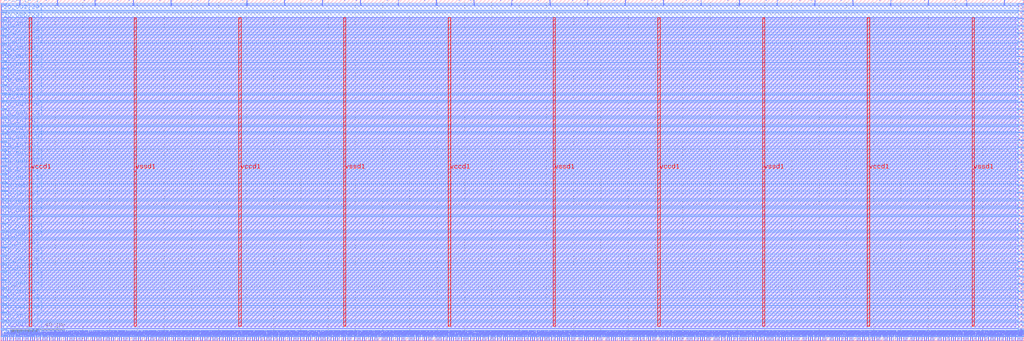
<source format=lef>
VERSION 5.7 ;
  NOWIREEXTENSIONATPIN ON ;
  DIVIDERCHAR "/" ;
  BUSBITCHARS "[]" ;
MACRO user_proj_example
  CLASS BLOCK ;
  FOREIGN user_proj_example ;
  ORIGIN 0.000 0.000 ;
  SIZE 750.000 BY 250.000 ;
  PIN io_in[0]
    DIRECTION INPUT ;
    USE SIGNAL ;
    PORT
      LAYER met3 ;
        RECT 746.000 2.760 750.000 3.360 ;
    END
  END io_in[0]
  PIN io_in[10]
    DIRECTION INPUT ;
    USE SIGNAL ;
    PORT
      LAYER met3 ;
        RECT 746.000 169.360 750.000 169.960 ;
    END
  END io_in[10]
  PIN io_in[11]
    DIRECTION INPUT ;
    USE SIGNAL ;
    PORT
      LAYER met3 ;
        RECT 746.000 185.680 750.000 186.280 ;
    END
  END io_in[11]
  PIN io_in[12]
    DIRECTION INPUT ;
    USE SIGNAL ;
    PORT
      LAYER met3 ;
        RECT 746.000 202.680 750.000 203.280 ;
    END
  END io_in[12]
  PIN io_in[13]
    DIRECTION INPUT ;
    USE SIGNAL ;
    PORT
      LAYER met3 ;
        RECT 746.000 219.000 750.000 219.600 ;
    END
  END io_in[13]
  PIN io_in[14]
    DIRECTION INPUT ;
    USE SIGNAL ;
    PORT
      LAYER met3 ;
        RECT 746.000 236.000 750.000 236.600 ;
    END
  END io_in[14]
  PIN io_in[15]
    DIRECTION INPUT ;
    USE SIGNAL ;
    PORT
      LAYER met2 ;
        RECT 735.630 246.000 735.910 250.000 ;
    END
  END io_in[15]
  PIN io_in[16]
    DIRECTION INPUT ;
    USE SIGNAL ;
    PORT
      LAYER met2 ;
        RECT 652.370 246.000 652.650 250.000 ;
    END
  END io_in[16]
  PIN io_in[17]
    DIRECTION INPUT ;
    USE SIGNAL ;
    PORT
      LAYER met2 ;
        RECT 569.110 246.000 569.390 250.000 ;
    END
  END io_in[17]
  PIN io_in[18]
    DIRECTION INPUT ;
    USE SIGNAL ;
    PORT
      LAYER met2 ;
        RECT 485.850 246.000 486.130 250.000 ;
    END
  END io_in[18]
  PIN io_in[19]
    DIRECTION INPUT ;
    USE SIGNAL ;
    PORT
      LAYER met2 ;
        RECT 402.590 246.000 402.870 250.000 ;
    END
  END io_in[19]
  PIN io_in[1]
    DIRECTION INPUT ;
    USE SIGNAL ;
    PORT
      LAYER met3 ;
        RECT 746.000 19.080 750.000 19.680 ;
    END
  END io_in[1]
  PIN io_in[20]
    DIRECTION INPUT ;
    USE SIGNAL ;
    PORT
      LAYER met2 ;
        RECT 319.330 246.000 319.610 250.000 ;
    END
  END io_in[20]
  PIN io_in[21]
    DIRECTION INPUT ;
    USE SIGNAL ;
    PORT
      LAYER met2 ;
        RECT 235.610 246.000 235.890 250.000 ;
    END
  END io_in[21]
  PIN io_in[22]
    DIRECTION INPUT ;
    USE SIGNAL ;
    PORT
      LAYER met2 ;
        RECT 152.350 246.000 152.630 250.000 ;
    END
  END io_in[22]
  PIN io_in[23]
    DIRECTION INPUT ;
    USE SIGNAL ;
    PORT
      LAYER met2 ;
        RECT 69.090 246.000 69.370 250.000 ;
    END
  END io_in[23]
  PIN io_in[24]
    DIRECTION INPUT ;
    USE SIGNAL ;
    PORT
      LAYER met3 ;
        RECT 0.000 246.880 4.000 247.480 ;
    END
  END io_in[24]
  PIN io_in[25]
    DIRECTION INPUT ;
    USE SIGNAL ;
    PORT
      LAYER met3 ;
        RECT 0.000 228.520 4.000 229.120 ;
    END
  END io_in[25]
  PIN io_in[26]
    DIRECTION INPUT ;
    USE SIGNAL ;
    PORT
      LAYER met3 ;
        RECT 0.000 210.840 4.000 211.440 ;
    END
  END io_in[26]
  PIN io_in[27]
    DIRECTION INPUT ;
    USE SIGNAL ;
    PORT
      LAYER met3 ;
        RECT 0.000 193.160 4.000 193.760 ;
    END
  END io_in[27]
  PIN io_in[28]
    DIRECTION INPUT ;
    USE SIGNAL ;
    PORT
      LAYER met3 ;
        RECT 0.000 175.480 4.000 176.080 ;
    END
  END io_in[28]
  PIN io_in[29]
    DIRECTION INPUT ;
    USE SIGNAL ;
    PORT
      LAYER met3 ;
        RECT 0.000 157.120 4.000 157.720 ;
    END
  END io_in[29]
  PIN io_in[2]
    DIRECTION INPUT ;
    USE SIGNAL ;
    PORT
      LAYER met3 ;
        RECT 746.000 36.080 750.000 36.680 ;
    END
  END io_in[2]
  PIN io_in[30]
    DIRECTION INPUT ;
    USE SIGNAL ;
    PORT
      LAYER met3 ;
        RECT 0.000 139.440 4.000 140.040 ;
    END
  END io_in[30]
  PIN io_in[31]
    DIRECTION INPUT ;
    USE SIGNAL ;
    PORT
      LAYER met3 ;
        RECT 0.000 121.760 4.000 122.360 ;
    END
  END io_in[31]
  PIN io_in[32]
    DIRECTION INPUT ;
    USE SIGNAL ;
    PORT
      LAYER met3 ;
        RECT 0.000 103.400 4.000 104.000 ;
    END
  END io_in[32]
  PIN io_in[33]
    DIRECTION INPUT ;
    USE SIGNAL ;
    PORT
      LAYER met3 ;
        RECT 0.000 85.720 4.000 86.320 ;
    END
  END io_in[33]
  PIN io_in[34]
    DIRECTION INPUT ;
    USE SIGNAL ;
    PORT
      LAYER met3 ;
        RECT 0.000 68.040 4.000 68.640 ;
    END
  END io_in[34]
  PIN io_in[35]
    DIRECTION INPUT ;
    USE SIGNAL ;
    PORT
      LAYER met3 ;
        RECT 0.000 50.360 4.000 50.960 ;
    END
  END io_in[35]
  PIN io_in[36]
    DIRECTION INPUT ;
    USE SIGNAL ;
    PORT
      LAYER met3 ;
        RECT 0.000 32.000 4.000 32.600 ;
    END
  END io_in[36]
  PIN io_in[37]
    DIRECTION INPUT ;
    USE SIGNAL ;
    PORT
      LAYER met3 ;
        RECT 0.000 14.320 4.000 14.920 ;
    END
  END io_in[37]
  PIN io_in[3]
    DIRECTION INPUT ;
    USE SIGNAL ;
    PORT
      LAYER met3 ;
        RECT 746.000 52.400 750.000 53.000 ;
    END
  END io_in[3]
  PIN io_in[4]
    DIRECTION INPUT ;
    USE SIGNAL ;
    PORT
      LAYER met3 ;
        RECT 746.000 69.400 750.000 70.000 ;
    END
  END io_in[4]
  PIN io_in[5]
    DIRECTION INPUT ;
    USE SIGNAL ;
    PORT
      LAYER met3 ;
        RECT 746.000 85.720 750.000 86.320 ;
    END
  END io_in[5]
  PIN io_in[6]
    DIRECTION INPUT ;
    USE SIGNAL ;
    PORT
      LAYER met3 ;
        RECT 746.000 102.720 750.000 103.320 ;
    END
  END io_in[6]
  PIN io_in[7]
    DIRECTION INPUT ;
    USE SIGNAL ;
    PORT
      LAYER met3 ;
        RECT 746.000 119.040 750.000 119.640 ;
    END
  END io_in[7]
  PIN io_in[8]
    DIRECTION INPUT ;
    USE SIGNAL ;
    PORT
      LAYER met3 ;
        RECT 746.000 136.040 750.000 136.640 ;
    END
  END io_in[8]
  PIN io_in[9]
    DIRECTION INPUT ;
    USE SIGNAL ;
    PORT
      LAYER met3 ;
        RECT 746.000 152.360 750.000 152.960 ;
    END
  END io_in[9]
  PIN io_oeb[0]
    DIRECTION OUTPUT TRISTATE ;
    USE SIGNAL ;
    PORT
      LAYER met3 ;
        RECT 746.000 13.640 750.000 14.240 ;
    END
  END io_oeb[0]
  PIN io_oeb[10]
    DIRECTION OUTPUT TRISTATE ;
    USE SIGNAL ;
    PORT
      LAYER met3 ;
        RECT 746.000 180.240 750.000 180.840 ;
    END
  END io_oeb[10]
  PIN io_oeb[11]
    DIRECTION OUTPUT TRISTATE ;
    USE SIGNAL ;
    PORT
      LAYER met3 ;
        RECT 746.000 197.240 750.000 197.840 ;
    END
  END io_oeb[11]
  PIN io_oeb[12]
    DIRECTION OUTPUT TRISTATE ;
    USE SIGNAL ;
    PORT
      LAYER met3 ;
        RECT 746.000 213.560 750.000 214.160 ;
    END
  END io_oeb[12]
  PIN io_oeb[13]
    DIRECTION OUTPUT TRISTATE ;
    USE SIGNAL ;
    PORT
      LAYER met3 ;
        RECT 746.000 230.560 750.000 231.160 ;
    END
  END io_oeb[13]
  PIN io_oeb[14]
    DIRECTION OUTPUT TRISTATE ;
    USE SIGNAL ;
    PORT
      LAYER met3 ;
        RECT 746.000 246.880 750.000 247.480 ;
    END
  END io_oeb[14]
  PIN io_oeb[15]
    DIRECTION OUTPUT TRISTATE ;
    USE SIGNAL ;
    PORT
      LAYER met2 ;
        RECT 679.970 246.000 680.250 250.000 ;
    END
  END io_oeb[15]
  PIN io_oeb[16]
    DIRECTION OUTPUT TRISTATE ;
    USE SIGNAL ;
    PORT
      LAYER met2 ;
        RECT 596.710 246.000 596.990 250.000 ;
    END
  END io_oeb[16]
  PIN io_oeb[17]
    DIRECTION OUTPUT TRISTATE ;
    USE SIGNAL ;
    PORT
      LAYER met2 ;
        RECT 513.450 246.000 513.730 250.000 ;
    END
  END io_oeb[17]
  PIN io_oeb[18]
    DIRECTION OUTPUT TRISTATE ;
    USE SIGNAL ;
    PORT
      LAYER met2 ;
        RECT 430.190 246.000 430.470 250.000 ;
    END
  END io_oeb[18]
  PIN io_oeb[19]
    DIRECTION OUTPUT TRISTATE ;
    USE SIGNAL ;
    PORT
      LAYER met2 ;
        RECT 346.930 246.000 347.210 250.000 ;
    END
  END io_oeb[19]
  PIN io_oeb[1]
    DIRECTION OUTPUT TRISTATE ;
    USE SIGNAL ;
    PORT
      LAYER met3 ;
        RECT 746.000 29.960 750.000 30.560 ;
    END
  END io_oeb[1]
  PIN io_oeb[20]
    DIRECTION OUTPUT TRISTATE ;
    USE SIGNAL ;
    PORT
      LAYER met2 ;
        RECT 263.670 246.000 263.950 250.000 ;
    END
  END io_oeb[20]
  PIN io_oeb[21]
    DIRECTION OUTPUT TRISTATE ;
    USE SIGNAL ;
    PORT
      LAYER met2 ;
        RECT 180.410 246.000 180.690 250.000 ;
    END
  END io_oeb[21]
  PIN io_oeb[22]
    DIRECTION OUTPUT TRISTATE ;
    USE SIGNAL ;
    PORT
      LAYER met2 ;
        RECT 97.150 246.000 97.430 250.000 ;
    END
  END io_oeb[22]
  PIN io_oeb[23]
    DIRECTION OUTPUT TRISTATE ;
    USE SIGNAL ;
    PORT
      LAYER met2 ;
        RECT 13.890 246.000 14.170 250.000 ;
    END
  END io_oeb[23]
  PIN io_oeb[24]
    DIRECTION OUTPUT TRISTATE ;
    USE SIGNAL ;
    PORT
      LAYER met3 ;
        RECT 0.000 234.640 4.000 235.240 ;
    END
  END io_oeb[24]
  PIN io_oeb[25]
    DIRECTION OUTPUT TRISTATE ;
    USE SIGNAL ;
    PORT
      LAYER met3 ;
        RECT 0.000 216.960 4.000 217.560 ;
    END
  END io_oeb[25]
  PIN io_oeb[26]
    DIRECTION OUTPUT TRISTATE ;
    USE SIGNAL ;
    PORT
      LAYER met3 ;
        RECT 0.000 199.280 4.000 199.880 ;
    END
  END io_oeb[26]
  PIN io_oeb[27]
    DIRECTION OUTPUT TRISTATE ;
    USE SIGNAL ;
    PORT
      LAYER met3 ;
        RECT 0.000 180.920 4.000 181.520 ;
    END
  END io_oeb[27]
  PIN io_oeb[28]
    DIRECTION OUTPUT TRISTATE ;
    USE SIGNAL ;
    PORT
      LAYER met3 ;
        RECT 0.000 163.240 4.000 163.840 ;
    END
  END io_oeb[28]
  PIN io_oeb[29]
    DIRECTION OUTPUT TRISTATE ;
    USE SIGNAL ;
    PORT
      LAYER met3 ;
        RECT 0.000 145.560 4.000 146.160 ;
    END
  END io_oeb[29]
  PIN io_oeb[2]
    DIRECTION OUTPUT TRISTATE ;
    USE SIGNAL ;
    PORT
      LAYER met3 ;
        RECT 746.000 46.960 750.000 47.560 ;
    END
  END io_oeb[2]
  PIN io_oeb[30]
    DIRECTION OUTPUT TRISTATE ;
    USE SIGNAL ;
    PORT
      LAYER met3 ;
        RECT 0.000 127.880 4.000 128.480 ;
    END
  END io_oeb[30]
  PIN io_oeb[31]
    DIRECTION OUTPUT TRISTATE ;
    USE SIGNAL ;
    PORT
      LAYER met3 ;
        RECT 0.000 109.520 4.000 110.120 ;
    END
  END io_oeb[31]
  PIN io_oeb[32]
    DIRECTION OUTPUT TRISTATE ;
    USE SIGNAL ;
    PORT
      LAYER met3 ;
        RECT 0.000 91.840 4.000 92.440 ;
    END
  END io_oeb[32]
  PIN io_oeb[33]
    DIRECTION OUTPUT TRISTATE ;
    USE SIGNAL ;
    PORT
      LAYER met3 ;
        RECT 0.000 74.160 4.000 74.760 ;
    END
  END io_oeb[33]
  PIN io_oeb[34]
    DIRECTION OUTPUT TRISTATE ;
    USE SIGNAL ;
    PORT
      LAYER met3 ;
        RECT 0.000 55.800 4.000 56.400 ;
    END
  END io_oeb[34]
  PIN io_oeb[35]
    DIRECTION OUTPUT TRISTATE ;
    USE SIGNAL ;
    PORT
      LAYER met3 ;
        RECT 0.000 38.120 4.000 38.720 ;
    END
  END io_oeb[35]
  PIN io_oeb[36]
    DIRECTION OUTPUT TRISTATE ;
    USE SIGNAL ;
    PORT
      LAYER met3 ;
        RECT 0.000 20.440 4.000 21.040 ;
    END
  END io_oeb[36]
  PIN io_oeb[37]
    DIRECTION OUTPUT TRISTATE ;
    USE SIGNAL ;
    PORT
      LAYER met3 ;
        RECT 0.000 2.760 4.000 3.360 ;
    END
  END io_oeb[37]
  PIN io_oeb[3]
    DIRECTION OUTPUT TRISTATE ;
    USE SIGNAL ;
    PORT
      LAYER met3 ;
        RECT 746.000 63.280 750.000 63.880 ;
    END
  END io_oeb[3]
  PIN io_oeb[4]
    DIRECTION OUTPUT TRISTATE ;
    USE SIGNAL ;
    PORT
      LAYER met3 ;
        RECT 746.000 80.280 750.000 80.880 ;
    END
  END io_oeb[4]
  PIN io_oeb[5]
    DIRECTION OUTPUT TRISTATE ;
    USE SIGNAL ;
    PORT
      LAYER met3 ;
        RECT 746.000 97.280 750.000 97.880 ;
    END
  END io_oeb[5]
  PIN io_oeb[6]
    DIRECTION OUTPUT TRISTATE ;
    USE SIGNAL ;
    PORT
      LAYER met3 ;
        RECT 746.000 113.600 750.000 114.200 ;
    END
  END io_oeb[6]
  PIN io_oeb[7]
    DIRECTION OUTPUT TRISTATE ;
    USE SIGNAL ;
    PORT
      LAYER met3 ;
        RECT 746.000 130.600 750.000 131.200 ;
    END
  END io_oeb[7]
  PIN io_oeb[8]
    DIRECTION OUTPUT TRISTATE ;
    USE SIGNAL ;
    PORT
      LAYER met3 ;
        RECT 746.000 146.920 750.000 147.520 ;
    END
  END io_oeb[8]
  PIN io_oeb[9]
    DIRECTION OUTPUT TRISTATE ;
    USE SIGNAL ;
    PORT
      LAYER met3 ;
        RECT 746.000 163.920 750.000 164.520 ;
    END
  END io_oeb[9]
  PIN io_out[0]
    DIRECTION OUTPUT TRISTATE ;
    USE SIGNAL ;
    PORT
      LAYER met3 ;
        RECT 746.000 8.200 750.000 8.800 ;
    END
  END io_out[0]
  PIN io_out[10]
    DIRECTION OUTPUT TRISTATE ;
    USE SIGNAL ;
    PORT
      LAYER met3 ;
        RECT 746.000 174.800 750.000 175.400 ;
    END
  END io_out[10]
  PIN io_out[11]
    DIRECTION OUTPUT TRISTATE ;
    USE SIGNAL ;
    PORT
      LAYER met3 ;
        RECT 746.000 191.800 750.000 192.400 ;
    END
  END io_out[11]
  PIN io_out[12]
    DIRECTION OUTPUT TRISTATE ;
    USE SIGNAL ;
    PORT
      LAYER met3 ;
        RECT 746.000 208.120 750.000 208.720 ;
    END
  END io_out[12]
  PIN io_out[13]
    DIRECTION OUTPUT TRISTATE ;
    USE SIGNAL ;
    PORT
      LAYER met3 ;
        RECT 746.000 225.120 750.000 225.720 ;
    END
  END io_out[13]
  PIN io_out[14]
    DIRECTION OUTPUT TRISTATE ;
    USE SIGNAL ;
    PORT
      LAYER met3 ;
        RECT 746.000 241.440 750.000 242.040 ;
    END
  END io_out[14]
  PIN io_out[15]
    DIRECTION OUTPUT TRISTATE ;
    USE SIGNAL ;
    PORT
      LAYER met2 ;
        RECT 708.030 246.000 708.310 250.000 ;
    END
  END io_out[15]
  PIN io_out[16]
    DIRECTION OUTPUT TRISTATE ;
    USE SIGNAL ;
    PORT
      LAYER met2 ;
        RECT 624.770 246.000 625.050 250.000 ;
    END
  END io_out[16]
  PIN io_out[17]
    DIRECTION OUTPUT TRISTATE ;
    USE SIGNAL ;
    PORT
      LAYER met2 ;
        RECT 541.510 246.000 541.790 250.000 ;
    END
  END io_out[17]
  PIN io_out[18]
    DIRECTION OUTPUT TRISTATE ;
    USE SIGNAL ;
    PORT
      LAYER met2 ;
        RECT 457.790 246.000 458.070 250.000 ;
    END
  END io_out[18]
  PIN io_out[19]
    DIRECTION OUTPUT TRISTATE ;
    USE SIGNAL ;
    PORT
      LAYER met2 ;
        RECT 374.530 246.000 374.810 250.000 ;
    END
  END io_out[19]
  PIN io_out[1]
    DIRECTION OUTPUT TRISTATE ;
    USE SIGNAL ;
    PORT
      LAYER met3 ;
        RECT 746.000 24.520 750.000 25.120 ;
    END
  END io_out[1]
  PIN io_out[20]
    DIRECTION OUTPUT TRISTATE ;
    USE SIGNAL ;
    PORT
      LAYER met2 ;
        RECT 291.270 246.000 291.550 250.000 ;
    END
  END io_out[20]
  PIN io_out[21]
    DIRECTION OUTPUT TRISTATE ;
    USE SIGNAL ;
    PORT
      LAYER met2 ;
        RECT 208.010 246.000 208.290 250.000 ;
    END
  END io_out[21]
  PIN io_out[22]
    DIRECTION OUTPUT TRISTATE ;
    USE SIGNAL ;
    PORT
      LAYER met2 ;
        RECT 124.750 246.000 125.030 250.000 ;
    END
  END io_out[22]
  PIN io_out[23]
    DIRECTION OUTPUT TRISTATE ;
    USE SIGNAL ;
    PORT
      LAYER met2 ;
        RECT 41.490 246.000 41.770 250.000 ;
    END
  END io_out[23]
  PIN io_out[24]
    DIRECTION OUTPUT TRISTATE ;
    USE SIGNAL ;
    PORT
      LAYER met3 ;
        RECT 0.000 240.760 4.000 241.360 ;
    END
  END io_out[24]
  PIN io_out[25]
    DIRECTION OUTPUT TRISTATE ;
    USE SIGNAL ;
    PORT
      LAYER met3 ;
        RECT 0.000 223.080 4.000 223.680 ;
    END
  END io_out[25]
  PIN io_out[26]
    DIRECTION OUTPUT TRISTATE ;
    USE SIGNAL ;
    PORT
      LAYER met3 ;
        RECT 0.000 204.720 4.000 205.320 ;
    END
  END io_out[26]
  PIN io_out[27]
    DIRECTION OUTPUT TRISTATE ;
    USE SIGNAL ;
    PORT
      LAYER met3 ;
        RECT 0.000 187.040 4.000 187.640 ;
    END
  END io_out[27]
  PIN io_out[28]
    DIRECTION OUTPUT TRISTATE ;
    USE SIGNAL ;
    PORT
      LAYER met3 ;
        RECT 0.000 169.360 4.000 169.960 ;
    END
  END io_out[28]
  PIN io_out[29]
    DIRECTION OUTPUT TRISTATE ;
    USE SIGNAL ;
    PORT
      LAYER met3 ;
        RECT 0.000 151.680 4.000 152.280 ;
    END
  END io_out[29]
  PIN io_out[2]
    DIRECTION OUTPUT TRISTATE ;
    USE SIGNAL ;
    PORT
      LAYER met3 ;
        RECT 746.000 41.520 750.000 42.120 ;
    END
  END io_out[2]
  PIN io_out[30]
    DIRECTION OUTPUT TRISTATE ;
    USE SIGNAL ;
    PORT
      LAYER met3 ;
        RECT 0.000 133.320 4.000 133.920 ;
    END
  END io_out[30]
  PIN io_out[31]
    DIRECTION OUTPUT TRISTATE ;
    USE SIGNAL ;
    PORT
      LAYER met3 ;
        RECT 0.000 115.640 4.000 116.240 ;
    END
  END io_out[31]
  PIN io_out[32]
    DIRECTION OUTPUT TRISTATE ;
    USE SIGNAL ;
    PORT
      LAYER met3 ;
        RECT 0.000 97.960 4.000 98.560 ;
    END
  END io_out[32]
  PIN io_out[33]
    DIRECTION OUTPUT TRISTATE ;
    USE SIGNAL ;
    PORT
      LAYER met3 ;
        RECT 0.000 79.600 4.000 80.200 ;
    END
  END io_out[33]
  PIN io_out[34]
    DIRECTION OUTPUT TRISTATE ;
    USE SIGNAL ;
    PORT
      LAYER met3 ;
        RECT 0.000 61.920 4.000 62.520 ;
    END
  END io_out[34]
  PIN io_out[35]
    DIRECTION OUTPUT TRISTATE ;
    USE SIGNAL ;
    PORT
      LAYER met3 ;
        RECT 0.000 44.240 4.000 44.840 ;
    END
  END io_out[35]
  PIN io_out[36]
    DIRECTION OUTPUT TRISTATE ;
    USE SIGNAL ;
    PORT
      LAYER met3 ;
        RECT 0.000 26.560 4.000 27.160 ;
    END
  END io_out[36]
  PIN io_out[37]
    DIRECTION OUTPUT TRISTATE ;
    USE SIGNAL ;
    PORT
      LAYER met3 ;
        RECT 0.000 8.200 4.000 8.800 ;
    END
  END io_out[37]
  PIN io_out[3]
    DIRECTION OUTPUT TRISTATE ;
    USE SIGNAL ;
    PORT
      LAYER met3 ;
        RECT 746.000 57.840 750.000 58.440 ;
    END
  END io_out[3]
  PIN io_out[4]
    DIRECTION OUTPUT TRISTATE ;
    USE SIGNAL ;
    PORT
      LAYER met3 ;
        RECT 746.000 74.840 750.000 75.440 ;
    END
  END io_out[4]
  PIN io_out[5]
    DIRECTION OUTPUT TRISTATE ;
    USE SIGNAL ;
    PORT
      LAYER met3 ;
        RECT 746.000 91.160 750.000 91.760 ;
    END
  END io_out[5]
  PIN io_out[6]
    DIRECTION OUTPUT TRISTATE ;
    USE SIGNAL ;
    PORT
      LAYER met3 ;
        RECT 746.000 108.160 750.000 108.760 ;
    END
  END io_out[6]
  PIN io_out[7]
    DIRECTION OUTPUT TRISTATE ;
    USE SIGNAL ;
    PORT
      LAYER met3 ;
        RECT 746.000 124.480 750.000 125.080 ;
    END
  END io_out[7]
  PIN io_out[8]
    DIRECTION OUTPUT TRISTATE ;
    USE SIGNAL ;
    PORT
      LAYER met3 ;
        RECT 746.000 141.480 750.000 142.080 ;
    END
  END io_out[8]
  PIN io_out[9]
    DIRECTION OUTPUT TRISTATE ;
    USE SIGNAL ;
    PORT
      LAYER met3 ;
        RECT 746.000 157.800 750.000 158.400 ;
    END
  END io_out[9]
  PIN irq[0]
    DIRECTION OUTPUT TRISTATE ;
    USE SIGNAL ;
    PORT
      LAYER met2 ;
        RECT 745.750 0.000 746.030 4.000 ;
    END
  END irq[0]
  PIN irq[1]
    DIRECTION OUTPUT TRISTATE ;
    USE SIGNAL ;
    PORT
      LAYER met2 ;
        RECT 747.130 0.000 747.410 4.000 ;
    END
  END irq[1]
  PIN irq[2]
    DIRECTION OUTPUT TRISTATE ;
    USE SIGNAL ;
    PORT
      LAYER met2 ;
        RECT 748.510 0.000 748.790 4.000 ;
    END
  END irq[2]
  PIN la_data_in[0]
    DIRECTION INPUT ;
    USE SIGNAL ;
    PORT
      LAYER met2 ;
        RECT 161.550 0.000 161.830 4.000 ;
    END
  END la_data_in[0]
  PIN la_data_in[100]
    DIRECTION INPUT ;
    USE SIGNAL ;
    PORT
      LAYER met2 ;
        RECT 617.870 0.000 618.150 4.000 ;
    END
  END la_data_in[100]
  PIN la_data_in[101]
    DIRECTION INPUT ;
    USE SIGNAL ;
    PORT
      LAYER met2 ;
        RECT 622.470 0.000 622.750 4.000 ;
    END
  END la_data_in[101]
  PIN la_data_in[102]
    DIRECTION INPUT ;
    USE SIGNAL ;
    PORT
      LAYER met2 ;
        RECT 627.070 0.000 627.350 4.000 ;
    END
  END la_data_in[102]
  PIN la_data_in[103]
    DIRECTION INPUT ;
    USE SIGNAL ;
    PORT
      LAYER met2 ;
        RECT 631.670 0.000 631.950 4.000 ;
    END
  END la_data_in[103]
  PIN la_data_in[104]
    DIRECTION INPUT ;
    USE SIGNAL ;
    PORT
      LAYER met2 ;
        RECT 636.270 0.000 636.550 4.000 ;
    END
  END la_data_in[104]
  PIN la_data_in[105]
    DIRECTION INPUT ;
    USE SIGNAL ;
    PORT
      LAYER met2 ;
        RECT 640.410 0.000 640.690 4.000 ;
    END
  END la_data_in[105]
  PIN la_data_in[106]
    DIRECTION INPUT ;
    USE SIGNAL ;
    PORT
      LAYER met2 ;
        RECT 645.010 0.000 645.290 4.000 ;
    END
  END la_data_in[106]
  PIN la_data_in[107]
    DIRECTION INPUT ;
    USE SIGNAL ;
    PORT
      LAYER met2 ;
        RECT 649.610 0.000 649.890 4.000 ;
    END
  END la_data_in[107]
  PIN la_data_in[108]
    DIRECTION INPUT ;
    USE SIGNAL ;
    PORT
      LAYER met2 ;
        RECT 654.210 0.000 654.490 4.000 ;
    END
  END la_data_in[108]
  PIN la_data_in[109]
    DIRECTION INPUT ;
    USE SIGNAL ;
    PORT
      LAYER met2 ;
        RECT 658.810 0.000 659.090 4.000 ;
    END
  END la_data_in[109]
  PIN la_data_in[10]
    DIRECTION INPUT ;
    USE SIGNAL ;
    PORT
      LAYER met2 ;
        RECT 207.090 0.000 207.370 4.000 ;
    END
  END la_data_in[10]
  PIN la_data_in[110]
    DIRECTION INPUT ;
    USE SIGNAL ;
    PORT
      LAYER met2 ;
        RECT 663.410 0.000 663.690 4.000 ;
    END
  END la_data_in[110]
  PIN la_data_in[111]
    DIRECTION INPUT ;
    USE SIGNAL ;
    PORT
      LAYER met2 ;
        RECT 668.010 0.000 668.290 4.000 ;
    END
  END la_data_in[111]
  PIN la_data_in[112]
    DIRECTION INPUT ;
    USE SIGNAL ;
    PORT
      LAYER met2 ;
        RECT 672.610 0.000 672.890 4.000 ;
    END
  END la_data_in[112]
  PIN la_data_in[113]
    DIRECTION INPUT ;
    USE SIGNAL ;
    PORT
      LAYER met2 ;
        RECT 677.210 0.000 677.490 4.000 ;
    END
  END la_data_in[113]
  PIN la_data_in[114]
    DIRECTION INPUT ;
    USE SIGNAL ;
    PORT
      LAYER met2 ;
        RECT 681.810 0.000 682.090 4.000 ;
    END
  END la_data_in[114]
  PIN la_data_in[115]
    DIRECTION INPUT ;
    USE SIGNAL ;
    PORT
      LAYER met2 ;
        RECT 686.410 0.000 686.690 4.000 ;
    END
  END la_data_in[115]
  PIN la_data_in[116]
    DIRECTION INPUT ;
    USE SIGNAL ;
    PORT
      LAYER met2 ;
        RECT 691.010 0.000 691.290 4.000 ;
    END
  END la_data_in[116]
  PIN la_data_in[117]
    DIRECTION INPUT ;
    USE SIGNAL ;
    PORT
      LAYER met2 ;
        RECT 695.150 0.000 695.430 4.000 ;
    END
  END la_data_in[117]
  PIN la_data_in[118]
    DIRECTION INPUT ;
    USE SIGNAL ;
    PORT
      LAYER met2 ;
        RECT 699.750 0.000 700.030 4.000 ;
    END
  END la_data_in[118]
  PIN la_data_in[119]
    DIRECTION INPUT ;
    USE SIGNAL ;
    PORT
      LAYER met2 ;
        RECT 704.350 0.000 704.630 4.000 ;
    END
  END la_data_in[119]
  PIN la_data_in[11]
    DIRECTION INPUT ;
    USE SIGNAL ;
    PORT
      LAYER met2 ;
        RECT 211.690 0.000 211.970 4.000 ;
    END
  END la_data_in[11]
  PIN la_data_in[120]
    DIRECTION INPUT ;
    USE SIGNAL ;
    PORT
      LAYER met2 ;
        RECT 708.950 0.000 709.230 4.000 ;
    END
  END la_data_in[120]
  PIN la_data_in[121]
    DIRECTION INPUT ;
    USE SIGNAL ;
    PORT
      LAYER met2 ;
        RECT 713.550 0.000 713.830 4.000 ;
    END
  END la_data_in[121]
  PIN la_data_in[122]
    DIRECTION INPUT ;
    USE SIGNAL ;
    PORT
      LAYER met2 ;
        RECT 718.150 0.000 718.430 4.000 ;
    END
  END la_data_in[122]
  PIN la_data_in[123]
    DIRECTION INPUT ;
    USE SIGNAL ;
    PORT
      LAYER met2 ;
        RECT 722.750 0.000 723.030 4.000 ;
    END
  END la_data_in[123]
  PIN la_data_in[124]
    DIRECTION INPUT ;
    USE SIGNAL ;
    PORT
      LAYER met2 ;
        RECT 727.350 0.000 727.630 4.000 ;
    END
  END la_data_in[124]
  PIN la_data_in[125]
    DIRECTION INPUT ;
    USE SIGNAL ;
    PORT
      LAYER met2 ;
        RECT 731.950 0.000 732.230 4.000 ;
    END
  END la_data_in[125]
  PIN la_data_in[126]
    DIRECTION INPUT ;
    USE SIGNAL ;
    PORT
      LAYER met2 ;
        RECT 736.550 0.000 736.830 4.000 ;
    END
  END la_data_in[126]
  PIN la_data_in[127]
    DIRECTION INPUT ;
    USE SIGNAL ;
    PORT
      LAYER met2 ;
        RECT 741.150 0.000 741.430 4.000 ;
    END
  END la_data_in[127]
  PIN la_data_in[12]
    DIRECTION INPUT ;
    USE SIGNAL ;
    PORT
      LAYER met2 ;
        RECT 216.290 0.000 216.570 4.000 ;
    END
  END la_data_in[12]
  PIN la_data_in[13]
    DIRECTION INPUT ;
    USE SIGNAL ;
    PORT
      LAYER met2 ;
        RECT 220.890 0.000 221.170 4.000 ;
    END
  END la_data_in[13]
  PIN la_data_in[14]
    DIRECTION INPUT ;
    USE SIGNAL ;
    PORT
      LAYER met2 ;
        RECT 225.490 0.000 225.770 4.000 ;
    END
  END la_data_in[14]
  PIN la_data_in[15]
    DIRECTION INPUT ;
    USE SIGNAL ;
    PORT
      LAYER met2 ;
        RECT 230.090 0.000 230.370 4.000 ;
    END
  END la_data_in[15]
  PIN la_data_in[16]
    DIRECTION INPUT ;
    USE SIGNAL ;
    PORT
      LAYER met2 ;
        RECT 234.690 0.000 234.970 4.000 ;
    END
  END la_data_in[16]
  PIN la_data_in[17]
    DIRECTION INPUT ;
    USE SIGNAL ;
    PORT
      LAYER met2 ;
        RECT 239.290 0.000 239.570 4.000 ;
    END
  END la_data_in[17]
  PIN la_data_in[18]
    DIRECTION INPUT ;
    USE SIGNAL ;
    PORT
      LAYER met2 ;
        RECT 243.890 0.000 244.170 4.000 ;
    END
  END la_data_in[18]
  PIN la_data_in[19]
    DIRECTION INPUT ;
    USE SIGNAL ;
    PORT
      LAYER met2 ;
        RECT 248.030 0.000 248.310 4.000 ;
    END
  END la_data_in[19]
  PIN la_data_in[1]
    DIRECTION INPUT ;
    USE SIGNAL ;
    PORT
      LAYER met2 ;
        RECT 166.150 0.000 166.430 4.000 ;
    END
  END la_data_in[1]
  PIN la_data_in[20]
    DIRECTION INPUT ;
    USE SIGNAL ;
    PORT
      LAYER met2 ;
        RECT 252.630 0.000 252.910 4.000 ;
    END
  END la_data_in[20]
  PIN la_data_in[21]
    DIRECTION INPUT ;
    USE SIGNAL ;
    PORT
      LAYER met2 ;
        RECT 257.230 0.000 257.510 4.000 ;
    END
  END la_data_in[21]
  PIN la_data_in[22]
    DIRECTION INPUT ;
    USE SIGNAL ;
    PORT
      LAYER met2 ;
        RECT 261.830 0.000 262.110 4.000 ;
    END
  END la_data_in[22]
  PIN la_data_in[23]
    DIRECTION INPUT ;
    USE SIGNAL ;
    PORT
      LAYER met2 ;
        RECT 266.430 0.000 266.710 4.000 ;
    END
  END la_data_in[23]
  PIN la_data_in[24]
    DIRECTION INPUT ;
    USE SIGNAL ;
    PORT
      LAYER met2 ;
        RECT 271.030 0.000 271.310 4.000 ;
    END
  END la_data_in[24]
  PIN la_data_in[25]
    DIRECTION INPUT ;
    USE SIGNAL ;
    PORT
      LAYER met2 ;
        RECT 275.630 0.000 275.910 4.000 ;
    END
  END la_data_in[25]
  PIN la_data_in[26]
    DIRECTION INPUT ;
    USE SIGNAL ;
    PORT
      LAYER met2 ;
        RECT 280.230 0.000 280.510 4.000 ;
    END
  END la_data_in[26]
  PIN la_data_in[27]
    DIRECTION INPUT ;
    USE SIGNAL ;
    PORT
      LAYER met2 ;
        RECT 284.830 0.000 285.110 4.000 ;
    END
  END la_data_in[27]
  PIN la_data_in[28]
    DIRECTION INPUT ;
    USE SIGNAL ;
    PORT
      LAYER met2 ;
        RECT 289.430 0.000 289.710 4.000 ;
    END
  END la_data_in[28]
  PIN la_data_in[29]
    DIRECTION INPUT ;
    USE SIGNAL ;
    PORT
      LAYER met2 ;
        RECT 294.030 0.000 294.310 4.000 ;
    END
  END la_data_in[29]
  PIN la_data_in[2]
    DIRECTION INPUT ;
    USE SIGNAL ;
    PORT
      LAYER met2 ;
        RECT 170.750 0.000 171.030 4.000 ;
    END
  END la_data_in[2]
  PIN la_data_in[30]
    DIRECTION INPUT ;
    USE SIGNAL ;
    PORT
      LAYER met2 ;
        RECT 298.630 0.000 298.910 4.000 ;
    END
  END la_data_in[30]
  PIN la_data_in[31]
    DIRECTION INPUT ;
    USE SIGNAL ;
    PORT
      LAYER met2 ;
        RECT 302.770 0.000 303.050 4.000 ;
    END
  END la_data_in[31]
  PIN la_data_in[32]
    DIRECTION INPUT ;
    USE SIGNAL ;
    PORT
      LAYER met2 ;
        RECT 307.370 0.000 307.650 4.000 ;
    END
  END la_data_in[32]
  PIN la_data_in[33]
    DIRECTION INPUT ;
    USE SIGNAL ;
    PORT
      LAYER met2 ;
        RECT 311.970 0.000 312.250 4.000 ;
    END
  END la_data_in[33]
  PIN la_data_in[34]
    DIRECTION INPUT ;
    USE SIGNAL ;
    PORT
      LAYER met2 ;
        RECT 316.570 0.000 316.850 4.000 ;
    END
  END la_data_in[34]
  PIN la_data_in[35]
    DIRECTION INPUT ;
    USE SIGNAL ;
    PORT
      LAYER met2 ;
        RECT 321.170 0.000 321.450 4.000 ;
    END
  END la_data_in[35]
  PIN la_data_in[36]
    DIRECTION INPUT ;
    USE SIGNAL ;
    PORT
      LAYER met2 ;
        RECT 325.770 0.000 326.050 4.000 ;
    END
  END la_data_in[36]
  PIN la_data_in[37]
    DIRECTION INPUT ;
    USE SIGNAL ;
    PORT
      LAYER met2 ;
        RECT 330.370 0.000 330.650 4.000 ;
    END
  END la_data_in[37]
  PIN la_data_in[38]
    DIRECTION INPUT ;
    USE SIGNAL ;
    PORT
      LAYER met2 ;
        RECT 334.970 0.000 335.250 4.000 ;
    END
  END la_data_in[38]
  PIN la_data_in[39]
    DIRECTION INPUT ;
    USE SIGNAL ;
    PORT
      LAYER met2 ;
        RECT 339.570 0.000 339.850 4.000 ;
    END
  END la_data_in[39]
  PIN la_data_in[3]
    DIRECTION INPUT ;
    USE SIGNAL ;
    PORT
      LAYER met2 ;
        RECT 175.350 0.000 175.630 4.000 ;
    END
  END la_data_in[3]
  PIN la_data_in[40]
    DIRECTION INPUT ;
    USE SIGNAL ;
    PORT
      LAYER met2 ;
        RECT 344.170 0.000 344.450 4.000 ;
    END
  END la_data_in[40]
  PIN la_data_in[41]
    DIRECTION INPUT ;
    USE SIGNAL ;
    PORT
      LAYER met2 ;
        RECT 348.770 0.000 349.050 4.000 ;
    END
  END la_data_in[41]
  PIN la_data_in[42]
    DIRECTION INPUT ;
    USE SIGNAL ;
    PORT
      LAYER met2 ;
        RECT 353.370 0.000 353.650 4.000 ;
    END
  END la_data_in[42]
  PIN la_data_in[43]
    DIRECTION INPUT ;
    USE SIGNAL ;
    PORT
      LAYER met2 ;
        RECT 357.510 0.000 357.790 4.000 ;
    END
  END la_data_in[43]
  PIN la_data_in[44]
    DIRECTION INPUT ;
    USE SIGNAL ;
    PORT
      LAYER met2 ;
        RECT 362.110 0.000 362.390 4.000 ;
    END
  END la_data_in[44]
  PIN la_data_in[45]
    DIRECTION INPUT ;
    USE SIGNAL ;
    PORT
      LAYER met2 ;
        RECT 366.710 0.000 366.990 4.000 ;
    END
  END la_data_in[45]
  PIN la_data_in[46]
    DIRECTION INPUT ;
    USE SIGNAL ;
    PORT
      LAYER met2 ;
        RECT 371.310 0.000 371.590 4.000 ;
    END
  END la_data_in[46]
  PIN la_data_in[47]
    DIRECTION INPUT ;
    USE SIGNAL ;
    PORT
      LAYER met2 ;
        RECT 375.910 0.000 376.190 4.000 ;
    END
  END la_data_in[47]
  PIN la_data_in[48]
    DIRECTION INPUT ;
    USE SIGNAL ;
    PORT
      LAYER met2 ;
        RECT 380.510 0.000 380.790 4.000 ;
    END
  END la_data_in[48]
  PIN la_data_in[49]
    DIRECTION INPUT ;
    USE SIGNAL ;
    PORT
      LAYER met2 ;
        RECT 385.110 0.000 385.390 4.000 ;
    END
  END la_data_in[49]
  PIN la_data_in[4]
    DIRECTION INPUT ;
    USE SIGNAL ;
    PORT
      LAYER met2 ;
        RECT 179.950 0.000 180.230 4.000 ;
    END
  END la_data_in[4]
  PIN la_data_in[50]
    DIRECTION INPUT ;
    USE SIGNAL ;
    PORT
      LAYER met2 ;
        RECT 389.710 0.000 389.990 4.000 ;
    END
  END la_data_in[50]
  PIN la_data_in[51]
    DIRECTION INPUT ;
    USE SIGNAL ;
    PORT
      LAYER met2 ;
        RECT 394.310 0.000 394.590 4.000 ;
    END
  END la_data_in[51]
  PIN la_data_in[52]
    DIRECTION INPUT ;
    USE SIGNAL ;
    PORT
      LAYER met2 ;
        RECT 398.910 0.000 399.190 4.000 ;
    END
  END la_data_in[52]
  PIN la_data_in[53]
    DIRECTION INPUT ;
    USE SIGNAL ;
    PORT
      LAYER met2 ;
        RECT 403.510 0.000 403.790 4.000 ;
    END
  END la_data_in[53]
  PIN la_data_in[54]
    DIRECTION INPUT ;
    USE SIGNAL ;
    PORT
      LAYER met2 ;
        RECT 408.110 0.000 408.390 4.000 ;
    END
  END la_data_in[54]
  PIN la_data_in[55]
    DIRECTION INPUT ;
    USE SIGNAL ;
    PORT
      LAYER met2 ;
        RECT 412.710 0.000 412.990 4.000 ;
    END
  END la_data_in[55]
  PIN la_data_in[56]
    DIRECTION INPUT ;
    USE SIGNAL ;
    PORT
      LAYER met2 ;
        RECT 416.850 0.000 417.130 4.000 ;
    END
  END la_data_in[56]
  PIN la_data_in[57]
    DIRECTION INPUT ;
    USE SIGNAL ;
    PORT
      LAYER met2 ;
        RECT 421.450 0.000 421.730 4.000 ;
    END
  END la_data_in[57]
  PIN la_data_in[58]
    DIRECTION INPUT ;
    USE SIGNAL ;
    PORT
      LAYER met2 ;
        RECT 426.050 0.000 426.330 4.000 ;
    END
  END la_data_in[58]
  PIN la_data_in[59]
    DIRECTION INPUT ;
    USE SIGNAL ;
    PORT
      LAYER met2 ;
        RECT 430.650 0.000 430.930 4.000 ;
    END
  END la_data_in[59]
  PIN la_data_in[5]
    DIRECTION INPUT ;
    USE SIGNAL ;
    PORT
      LAYER met2 ;
        RECT 184.550 0.000 184.830 4.000 ;
    END
  END la_data_in[5]
  PIN la_data_in[60]
    DIRECTION INPUT ;
    USE SIGNAL ;
    PORT
      LAYER met2 ;
        RECT 435.250 0.000 435.530 4.000 ;
    END
  END la_data_in[60]
  PIN la_data_in[61]
    DIRECTION INPUT ;
    USE SIGNAL ;
    PORT
      LAYER met2 ;
        RECT 439.850 0.000 440.130 4.000 ;
    END
  END la_data_in[61]
  PIN la_data_in[62]
    DIRECTION INPUT ;
    USE SIGNAL ;
    PORT
      LAYER met2 ;
        RECT 444.450 0.000 444.730 4.000 ;
    END
  END la_data_in[62]
  PIN la_data_in[63]
    DIRECTION INPUT ;
    USE SIGNAL ;
    PORT
      LAYER met2 ;
        RECT 449.050 0.000 449.330 4.000 ;
    END
  END la_data_in[63]
  PIN la_data_in[64]
    DIRECTION INPUT ;
    USE SIGNAL ;
    PORT
      LAYER met2 ;
        RECT 453.650 0.000 453.930 4.000 ;
    END
  END la_data_in[64]
  PIN la_data_in[65]
    DIRECTION INPUT ;
    USE SIGNAL ;
    PORT
      LAYER met2 ;
        RECT 458.250 0.000 458.530 4.000 ;
    END
  END la_data_in[65]
  PIN la_data_in[66]
    DIRECTION INPUT ;
    USE SIGNAL ;
    PORT
      LAYER met2 ;
        RECT 462.850 0.000 463.130 4.000 ;
    END
  END la_data_in[66]
  PIN la_data_in[67]
    DIRECTION INPUT ;
    USE SIGNAL ;
    PORT
      LAYER met2 ;
        RECT 467.450 0.000 467.730 4.000 ;
    END
  END la_data_in[67]
  PIN la_data_in[68]
    DIRECTION INPUT ;
    USE SIGNAL ;
    PORT
      LAYER met2 ;
        RECT 471.590 0.000 471.870 4.000 ;
    END
  END la_data_in[68]
  PIN la_data_in[69]
    DIRECTION INPUT ;
    USE SIGNAL ;
    PORT
      LAYER met2 ;
        RECT 476.190 0.000 476.470 4.000 ;
    END
  END la_data_in[69]
  PIN la_data_in[6]
    DIRECTION INPUT ;
    USE SIGNAL ;
    PORT
      LAYER met2 ;
        RECT 188.690 0.000 188.970 4.000 ;
    END
  END la_data_in[6]
  PIN la_data_in[70]
    DIRECTION INPUT ;
    USE SIGNAL ;
    PORT
      LAYER met2 ;
        RECT 480.790 0.000 481.070 4.000 ;
    END
  END la_data_in[70]
  PIN la_data_in[71]
    DIRECTION INPUT ;
    USE SIGNAL ;
    PORT
      LAYER met2 ;
        RECT 485.390 0.000 485.670 4.000 ;
    END
  END la_data_in[71]
  PIN la_data_in[72]
    DIRECTION INPUT ;
    USE SIGNAL ;
    PORT
      LAYER met2 ;
        RECT 489.990 0.000 490.270 4.000 ;
    END
  END la_data_in[72]
  PIN la_data_in[73]
    DIRECTION INPUT ;
    USE SIGNAL ;
    PORT
      LAYER met2 ;
        RECT 494.590 0.000 494.870 4.000 ;
    END
  END la_data_in[73]
  PIN la_data_in[74]
    DIRECTION INPUT ;
    USE SIGNAL ;
    PORT
      LAYER met2 ;
        RECT 499.190 0.000 499.470 4.000 ;
    END
  END la_data_in[74]
  PIN la_data_in[75]
    DIRECTION INPUT ;
    USE SIGNAL ;
    PORT
      LAYER met2 ;
        RECT 503.790 0.000 504.070 4.000 ;
    END
  END la_data_in[75]
  PIN la_data_in[76]
    DIRECTION INPUT ;
    USE SIGNAL ;
    PORT
      LAYER met2 ;
        RECT 508.390 0.000 508.670 4.000 ;
    END
  END la_data_in[76]
  PIN la_data_in[77]
    DIRECTION INPUT ;
    USE SIGNAL ;
    PORT
      LAYER met2 ;
        RECT 512.990 0.000 513.270 4.000 ;
    END
  END la_data_in[77]
  PIN la_data_in[78]
    DIRECTION INPUT ;
    USE SIGNAL ;
    PORT
      LAYER met2 ;
        RECT 517.590 0.000 517.870 4.000 ;
    END
  END la_data_in[78]
  PIN la_data_in[79]
    DIRECTION INPUT ;
    USE SIGNAL ;
    PORT
      LAYER met2 ;
        RECT 522.190 0.000 522.470 4.000 ;
    END
  END la_data_in[79]
  PIN la_data_in[7]
    DIRECTION INPUT ;
    USE SIGNAL ;
    PORT
      LAYER met2 ;
        RECT 193.290 0.000 193.570 4.000 ;
    END
  END la_data_in[7]
  PIN la_data_in[80]
    DIRECTION INPUT ;
    USE SIGNAL ;
    PORT
      LAYER met2 ;
        RECT 526.330 0.000 526.610 4.000 ;
    END
  END la_data_in[80]
  PIN la_data_in[81]
    DIRECTION INPUT ;
    USE SIGNAL ;
    PORT
      LAYER met2 ;
        RECT 530.930 0.000 531.210 4.000 ;
    END
  END la_data_in[81]
  PIN la_data_in[82]
    DIRECTION INPUT ;
    USE SIGNAL ;
    PORT
      LAYER met2 ;
        RECT 535.530 0.000 535.810 4.000 ;
    END
  END la_data_in[82]
  PIN la_data_in[83]
    DIRECTION INPUT ;
    USE SIGNAL ;
    PORT
      LAYER met2 ;
        RECT 540.130 0.000 540.410 4.000 ;
    END
  END la_data_in[83]
  PIN la_data_in[84]
    DIRECTION INPUT ;
    USE SIGNAL ;
    PORT
      LAYER met2 ;
        RECT 544.730 0.000 545.010 4.000 ;
    END
  END la_data_in[84]
  PIN la_data_in[85]
    DIRECTION INPUT ;
    USE SIGNAL ;
    PORT
      LAYER met2 ;
        RECT 549.330 0.000 549.610 4.000 ;
    END
  END la_data_in[85]
  PIN la_data_in[86]
    DIRECTION INPUT ;
    USE SIGNAL ;
    PORT
      LAYER met2 ;
        RECT 553.930 0.000 554.210 4.000 ;
    END
  END la_data_in[86]
  PIN la_data_in[87]
    DIRECTION INPUT ;
    USE SIGNAL ;
    PORT
      LAYER met2 ;
        RECT 558.530 0.000 558.810 4.000 ;
    END
  END la_data_in[87]
  PIN la_data_in[88]
    DIRECTION INPUT ;
    USE SIGNAL ;
    PORT
      LAYER met2 ;
        RECT 563.130 0.000 563.410 4.000 ;
    END
  END la_data_in[88]
  PIN la_data_in[89]
    DIRECTION INPUT ;
    USE SIGNAL ;
    PORT
      LAYER met2 ;
        RECT 567.730 0.000 568.010 4.000 ;
    END
  END la_data_in[89]
  PIN la_data_in[8]
    DIRECTION INPUT ;
    USE SIGNAL ;
    PORT
      LAYER met2 ;
        RECT 197.890 0.000 198.170 4.000 ;
    END
  END la_data_in[8]
  PIN la_data_in[90]
    DIRECTION INPUT ;
    USE SIGNAL ;
    PORT
      LAYER met2 ;
        RECT 572.330 0.000 572.610 4.000 ;
    END
  END la_data_in[90]
  PIN la_data_in[91]
    DIRECTION INPUT ;
    USE SIGNAL ;
    PORT
      LAYER met2 ;
        RECT 576.930 0.000 577.210 4.000 ;
    END
  END la_data_in[91]
  PIN la_data_in[92]
    DIRECTION INPUT ;
    USE SIGNAL ;
    PORT
      LAYER met2 ;
        RECT 581.530 0.000 581.810 4.000 ;
    END
  END la_data_in[92]
  PIN la_data_in[93]
    DIRECTION INPUT ;
    USE SIGNAL ;
    PORT
      LAYER met2 ;
        RECT 585.670 0.000 585.950 4.000 ;
    END
  END la_data_in[93]
  PIN la_data_in[94]
    DIRECTION INPUT ;
    USE SIGNAL ;
    PORT
      LAYER met2 ;
        RECT 590.270 0.000 590.550 4.000 ;
    END
  END la_data_in[94]
  PIN la_data_in[95]
    DIRECTION INPUT ;
    USE SIGNAL ;
    PORT
      LAYER met2 ;
        RECT 594.870 0.000 595.150 4.000 ;
    END
  END la_data_in[95]
  PIN la_data_in[96]
    DIRECTION INPUT ;
    USE SIGNAL ;
    PORT
      LAYER met2 ;
        RECT 599.470 0.000 599.750 4.000 ;
    END
  END la_data_in[96]
  PIN la_data_in[97]
    DIRECTION INPUT ;
    USE SIGNAL ;
    PORT
      LAYER met2 ;
        RECT 604.070 0.000 604.350 4.000 ;
    END
  END la_data_in[97]
  PIN la_data_in[98]
    DIRECTION INPUT ;
    USE SIGNAL ;
    PORT
      LAYER met2 ;
        RECT 608.670 0.000 608.950 4.000 ;
    END
  END la_data_in[98]
  PIN la_data_in[99]
    DIRECTION INPUT ;
    USE SIGNAL ;
    PORT
      LAYER met2 ;
        RECT 613.270 0.000 613.550 4.000 ;
    END
  END la_data_in[99]
  PIN la_data_in[9]
    DIRECTION INPUT ;
    USE SIGNAL ;
    PORT
      LAYER met2 ;
        RECT 202.490 0.000 202.770 4.000 ;
    END
  END la_data_in[9]
  PIN la_data_out[0]
    DIRECTION OUTPUT TRISTATE ;
    USE SIGNAL ;
    PORT
      LAYER met2 ;
        RECT 162.930 0.000 163.210 4.000 ;
    END
  END la_data_out[0]
  PIN la_data_out[100]
    DIRECTION OUTPUT TRISTATE ;
    USE SIGNAL ;
    PORT
      LAYER met2 ;
        RECT 619.250 0.000 619.530 4.000 ;
    END
  END la_data_out[100]
  PIN la_data_out[101]
    DIRECTION OUTPUT TRISTATE ;
    USE SIGNAL ;
    PORT
      LAYER met2 ;
        RECT 623.850 0.000 624.130 4.000 ;
    END
  END la_data_out[101]
  PIN la_data_out[102]
    DIRECTION OUTPUT TRISTATE ;
    USE SIGNAL ;
    PORT
      LAYER met2 ;
        RECT 628.450 0.000 628.730 4.000 ;
    END
  END la_data_out[102]
  PIN la_data_out[103]
    DIRECTION OUTPUT TRISTATE ;
    USE SIGNAL ;
    PORT
      LAYER met2 ;
        RECT 633.050 0.000 633.330 4.000 ;
    END
  END la_data_out[103]
  PIN la_data_out[104]
    DIRECTION OUTPUT TRISTATE ;
    USE SIGNAL ;
    PORT
      LAYER met2 ;
        RECT 637.650 0.000 637.930 4.000 ;
    END
  END la_data_out[104]
  PIN la_data_out[105]
    DIRECTION OUTPUT TRISTATE ;
    USE SIGNAL ;
    PORT
      LAYER met2 ;
        RECT 642.250 0.000 642.530 4.000 ;
    END
  END la_data_out[105]
  PIN la_data_out[106]
    DIRECTION OUTPUT TRISTATE ;
    USE SIGNAL ;
    PORT
      LAYER met2 ;
        RECT 646.850 0.000 647.130 4.000 ;
    END
  END la_data_out[106]
  PIN la_data_out[107]
    DIRECTION OUTPUT TRISTATE ;
    USE SIGNAL ;
    PORT
      LAYER met2 ;
        RECT 651.450 0.000 651.730 4.000 ;
    END
  END la_data_out[107]
  PIN la_data_out[108]
    DIRECTION OUTPUT TRISTATE ;
    USE SIGNAL ;
    PORT
      LAYER met2 ;
        RECT 656.050 0.000 656.330 4.000 ;
    END
  END la_data_out[108]
  PIN la_data_out[109]
    DIRECTION OUTPUT TRISTATE ;
    USE SIGNAL ;
    PORT
      LAYER met2 ;
        RECT 660.190 0.000 660.470 4.000 ;
    END
  END la_data_out[109]
  PIN la_data_out[10]
    DIRECTION OUTPUT TRISTATE ;
    USE SIGNAL ;
    PORT
      LAYER met2 ;
        RECT 208.470 0.000 208.750 4.000 ;
    END
  END la_data_out[10]
  PIN la_data_out[110]
    DIRECTION OUTPUT TRISTATE ;
    USE SIGNAL ;
    PORT
      LAYER met2 ;
        RECT 664.790 0.000 665.070 4.000 ;
    END
  END la_data_out[110]
  PIN la_data_out[111]
    DIRECTION OUTPUT TRISTATE ;
    USE SIGNAL ;
    PORT
      LAYER met2 ;
        RECT 669.390 0.000 669.670 4.000 ;
    END
  END la_data_out[111]
  PIN la_data_out[112]
    DIRECTION OUTPUT TRISTATE ;
    USE SIGNAL ;
    PORT
      LAYER met2 ;
        RECT 673.990 0.000 674.270 4.000 ;
    END
  END la_data_out[112]
  PIN la_data_out[113]
    DIRECTION OUTPUT TRISTATE ;
    USE SIGNAL ;
    PORT
      LAYER met2 ;
        RECT 678.590 0.000 678.870 4.000 ;
    END
  END la_data_out[113]
  PIN la_data_out[114]
    DIRECTION OUTPUT TRISTATE ;
    USE SIGNAL ;
    PORT
      LAYER met2 ;
        RECT 683.190 0.000 683.470 4.000 ;
    END
  END la_data_out[114]
  PIN la_data_out[115]
    DIRECTION OUTPUT TRISTATE ;
    USE SIGNAL ;
    PORT
      LAYER met2 ;
        RECT 687.790 0.000 688.070 4.000 ;
    END
  END la_data_out[115]
  PIN la_data_out[116]
    DIRECTION OUTPUT TRISTATE ;
    USE SIGNAL ;
    PORT
      LAYER met2 ;
        RECT 692.390 0.000 692.670 4.000 ;
    END
  END la_data_out[116]
  PIN la_data_out[117]
    DIRECTION OUTPUT TRISTATE ;
    USE SIGNAL ;
    PORT
      LAYER met2 ;
        RECT 696.990 0.000 697.270 4.000 ;
    END
  END la_data_out[117]
  PIN la_data_out[118]
    DIRECTION OUTPUT TRISTATE ;
    USE SIGNAL ;
    PORT
      LAYER met2 ;
        RECT 701.590 0.000 701.870 4.000 ;
    END
  END la_data_out[118]
  PIN la_data_out[119]
    DIRECTION OUTPUT TRISTATE ;
    USE SIGNAL ;
    PORT
      LAYER met2 ;
        RECT 706.190 0.000 706.470 4.000 ;
    END
  END la_data_out[119]
  PIN la_data_out[11]
    DIRECTION OUTPUT TRISTATE ;
    USE SIGNAL ;
    PORT
      LAYER met2 ;
        RECT 213.070 0.000 213.350 4.000 ;
    END
  END la_data_out[11]
  PIN la_data_out[120]
    DIRECTION OUTPUT TRISTATE ;
    USE SIGNAL ;
    PORT
      LAYER met2 ;
        RECT 710.790 0.000 711.070 4.000 ;
    END
  END la_data_out[120]
  PIN la_data_out[121]
    DIRECTION OUTPUT TRISTATE ;
    USE SIGNAL ;
    PORT
      LAYER met2 ;
        RECT 714.930 0.000 715.210 4.000 ;
    END
  END la_data_out[121]
  PIN la_data_out[122]
    DIRECTION OUTPUT TRISTATE ;
    USE SIGNAL ;
    PORT
      LAYER met2 ;
        RECT 719.530 0.000 719.810 4.000 ;
    END
  END la_data_out[122]
  PIN la_data_out[123]
    DIRECTION OUTPUT TRISTATE ;
    USE SIGNAL ;
    PORT
      LAYER met2 ;
        RECT 724.130 0.000 724.410 4.000 ;
    END
  END la_data_out[123]
  PIN la_data_out[124]
    DIRECTION OUTPUT TRISTATE ;
    USE SIGNAL ;
    PORT
      LAYER met2 ;
        RECT 728.730 0.000 729.010 4.000 ;
    END
  END la_data_out[124]
  PIN la_data_out[125]
    DIRECTION OUTPUT TRISTATE ;
    USE SIGNAL ;
    PORT
      LAYER met2 ;
        RECT 733.330 0.000 733.610 4.000 ;
    END
  END la_data_out[125]
  PIN la_data_out[126]
    DIRECTION OUTPUT TRISTATE ;
    USE SIGNAL ;
    PORT
      LAYER met2 ;
        RECT 737.930 0.000 738.210 4.000 ;
    END
  END la_data_out[126]
  PIN la_data_out[127]
    DIRECTION OUTPUT TRISTATE ;
    USE SIGNAL ;
    PORT
      LAYER met2 ;
        RECT 742.530 0.000 742.810 4.000 ;
    END
  END la_data_out[127]
  PIN la_data_out[12]
    DIRECTION OUTPUT TRISTATE ;
    USE SIGNAL ;
    PORT
      LAYER met2 ;
        RECT 217.670 0.000 217.950 4.000 ;
    END
  END la_data_out[12]
  PIN la_data_out[13]
    DIRECTION OUTPUT TRISTATE ;
    USE SIGNAL ;
    PORT
      LAYER met2 ;
        RECT 222.270 0.000 222.550 4.000 ;
    END
  END la_data_out[13]
  PIN la_data_out[14]
    DIRECTION OUTPUT TRISTATE ;
    USE SIGNAL ;
    PORT
      LAYER met2 ;
        RECT 226.870 0.000 227.150 4.000 ;
    END
  END la_data_out[14]
  PIN la_data_out[15]
    DIRECTION OUTPUT TRISTATE ;
    USE SIGNAL ;
    PORT
      LAYER met2 ;
        RECT 231.470 0.000 231.750 4.000 ;
    END
  END la_data_out[15]
  PIN la_data_out[16]
    DIRECTION OUTPUT TRISTATE ;
    USE SIGNAL ;
    PORT
      LAYER met2 ;
        RECT 236.070 0.000 236.350 4.000 ;
    END
  END la_data_out[16]
  PIN la_data_out[17]
    DIRECTION OUTPUT TRISTATE ;
    USE SIGNAL ;
    PORT
      LAYER met2 ;
        RECT 240.670 0.000 240.950 4.000 ;
    END
  END la_data_out[17]
  PIN la_data_out[18]
    DIRECTION OUTPUT TRISTATE ;
    USE SIGNAL ;
    PORT
      LAYER met2 ;
        RECT 245.270 0.000 245.550 4.000 ;
    END
  END la_data_out[18]
  PIN la_data_out[19]
    DIRECTION OUTPUT TRISTATE ;
    USE SIGNAL ;
    PORT
      LAYER met2 ;
        RECT 249.870 0.000 250.150 4.000 ;
    END
  END la_data_out[19]
  PIN la_data_out[1]
    DIRECTION OUTPUT TRISTATE ;
    USE SIGNAL ;
    PORT
      LAYER met2 ;
        RECT 167.530 0.000 167.810 4.000 ;
    END
  END la_data_out[1]
  PIN la_data_out[20]
    DIRECTION OUTPUT TRISTATE ;
    USE SIGNAL ;
    PORT
      LAYER met2 ;
        RECT 254.470 0.000 254.750 4.000 ;
    END
  END la_data_out[20]
  PIN la_data_out[21]
    DIRECTION OUTPUT TRISTATE ;
    USE SIGNAL ;
    PORT
      LAYER met2 ;
        RECT 259.070 0.000 259.350 4.000 ;
    END
  END la_data_out[21]
  PIN la_data_out[22]
    DIRECTION OUTPUT TRISTATE ;
    USE SIGNAL ;
    PORT
      LAYER met2 ;
        RECT 263.210 0.000 263.490 4.000 ;
    END
  END la_data_out[22]
  PIN la_data_out[23]
    DIRECTION OUTPUT TRISTATE ;
    USE SIGNAL ;
    PORT
      LAYER met2 ;
        RECT 267.810 0.000 268.090 4.000 ;
    END
  END la_data_out[23]
  PIN la_data_out[24]
    DIRECTION OUTPUT TRISTATE ;
    USE SIGNAL ;
    PORT
      LAYER met2 ;
        RECT 272.410 0.000 272.690 4.000 ;
    END
  END la_data_out[24]
  PIN la_data_out[25]
    DIRECTION OUTPUT TRISTATE ;
    USE SIGNAL ;
    PORT
      LAYER met2 ;
        RECT 277.010 0.000 277.290 4.000 ;
    END
  END la_data_out[25]
  PIN la_data_out[26]
    DIRECTION OUTPUT TRISTATE ;
    USE SIGNAL ;
    PORT
      LAYER met2 ;
        RECT 281.610 0.000 281.890 4.000 ;
    END
  END la_data_out[26]
  PIN la_data_out[27]
    DIRECTION OUTPUT TRISTATE ;
    USE SIGNAL ;
    PORT
      LAYER met2 ;
        RECT 286.210 0.000 286.490 4.000 ;
    END
  END la_data_out[27]
  PIN la_data_out[28]
    DIRECTION OUTPUT TRISTATE ;
    USE SIGNAL ;
    PORT
      LAYER met2 ;
        RECT 290.810 0.000 291.090 4.000 ;
    END
  END la_data_out[28]
  PIN la_data_out[29]
    DIRECTION OUTPUT TRISTATE ;
    USE SIGNAL ;
    PORT
      LAYER met2 ;
        RECT 295.410 0.000 295.690 4.000 ;
    END
  END la_data_out[29]
  PIN la_data_out[2]
    DIRECTION OUTPUT TRISTATE ;
    USE SIGNAL ;
    PORT
      LAYER met2 ;
        RECT 172.130 0.000 172.410 4.000 ;
    END
  END la_data_out[2]
  PIN la_data_out[30]
    DIRECTION OUTPUT TRISTATE ;
    USE SIGNAL ;
    PORT
      LAYER met2 ;
        RECT 300.010 0.000 300.290 4.000 ;
    END
  END la_data_out[30]
  PIN la_data_out[31]
    DIRECTION OUTPUT TRISTATE ;
    USE SIGNAL ;
    PORT
      LAYER met2 ;
        RECT 304.610 0.000 304.890 4.000 ;
    END
  END la_data_out[31]
  PIN la_data_out[32]
    DIRECTION OUTPUT TRISTATE ;
    USE SIGNAL ;
    PORT
      LAYER met2 ;
        RECT 309.210 0.000 309.490 4.000 ;
    END
  END la_data_out[32]
  PIN la_data_out[33]
    DIRECTION OUTPUT TRISTATE ;
    USE SIGNAL ;
    PORT
      LAYER met2 ;
        RECT 313.810 0.000 314.090 4.000 ;
    END
  END la_data_out[33]
  PIN la_data_out[34]
    DIRECTION OUTPUT TRISTATE ;
    USE SIGNAL ;
    PORT
      LAYER met2 ;
        RECT 318.410 0.000 318.690 4.000 ;
    END
  END la_data_out[34]
  PIN la_data_out[35]
    DIRECTION OUTPUT TRISTATE ;
    USE SIGNAL ;
    PORT
      LAYER met2 ;
        RECT 322.550 0.000 322.830 4.000 ;
    END
  END la_data_out[35]
  PIN la_data_out[36]
    DIRECTION OUTPUT TRISTATE ;
    USE SIGNAL ;
    PORT
      LAYER met2 ;
        RECT 327.150 0.000 327.430 4.000 ;
    END
  END la_data_out[36]
  PIN la_data_out[37]
    DIRECTION OUTPUT TRISTATE ;
    USE SIGNAL ;
    PORT
      LAYER met2 ;
        RECT 331.750 0.000 332.030 4.000 ;
    END
  END la_data_out[37]
  PIN la_data_out[38]
    DIRECTION OUTPUT TRISTATE ;
    USE SIGNAL ;
    PORT
      LAYER met2 ;
        RECT 336.350 0.000 336.630 4.000 ;
    END
  END la_data_out[38]
  PIN la_data_out[39]
    DIRECTION OUTPUT TRISTATE ;
    USE SIGNAL ;
    PORT
      LAYER met2 ;
        RECT 340.950 0.000 341.230 4.000 ;
    END
  END la_data_out[39]
  PIN la_data_out[3]
    DIRECTION OUTPUT TRISTATE ;
    USE SIGNAL ;
    PORT
      LAYER met2 ;
        RECT 176.730 0.000 177.010 4.000 ;
    END
  END la_data_out[3]
  PIN la_data_out[40]
    DIRECTION OUTPUT TRISTATE ;
    USE SIGNAL ;
    PORT
      LAYER met2 ;
        RECT 345.550 0.000 345.830 4.000 ;
    END
  END la_data_out[40]
  PIN la_data_out[41]
    DIRECTION OUTPUT TRISTATE ;
    USE SIGNAL ;
    PORT
      LAYER met2 ;
        RECT 350.150 0.000 350.430 4.000 ;
    END
  END la_data_out[41]
  PIN la_data_out[42]
    DIRECTION OUTPUT TRISTATE ;
    USE SIGNAL ;
    PORT
      LAYER met2 ;
        RECT 354.750 0.000 355.030 4.000 ;
    END
  END la_data_out[42]
  PIN la_data_out[43]
    DIRECTION OUTPUT TRISTATE ;
    USE SIGNAL ;
    PORT
      LAYER met2 ;
        RECT 359.350 0.000 359.630 4.000 ;
    END
  END la_data_out[43]
  PIN la_data_out[44]
    DIRECTION OUTPUT TRISTATE ;
    USE SIGNAL ;
    PORT
      LAYER met2 ;
        RECT 363.950 0.000 364.230 4.000 ;
    END
  END la_data_out[44]
  PIN la_data_out[45]
    DIRECTION OUTPUT TRISTATE ;
    USE SIGNAL ;
    PORT
      LAYER met2 ;
        RECT 368.550 0.000 368.830 4.000 ;
    END
  END la_data_out[45]
  PIN la_data_out[46]
    DIRECTION OUTPUT TRISTATE ;
    USE SIGNAL ;
    PORT
      LAYER met2 ;
        RECT 373.150 0.000 373.430 4.000 ;
    END
  END la_data_out[46]
  PIN la_data_out[47]
    DIRECTION OUTPUT TRISTATE ;
    USE SIGNAL ;
    PORT
      LAYER met2 ;
        RECT 377.290 0.000 377.570 4.000 ;
    END
  END la_data_out[47]
  PIN la_data_out[48]
    DIRECTION OUTPUT TRISTATE ;
    USE SIGNAL ;
    PORT
      LAYER met2 ;
        RECT 381.890 0.000 382.170 4.000 ;
    END
  END la_data_out[48]
  PIN la_data_out[49]
    DIRECTION OUTPUT TRISTATE ;
    USE SIGNAL ;
    PORT
      LAYER met2 ;
        RECT 386.490 0.000 386.770 4.000 ;
    END
  END la_data_out[49]
  PIN la_data_out[4]
    DIRECTION OUTPUT TRISTATE ;
    USE SIGNAL ;
    PORT
      LAYER met2 ;
        RECT 181.330 0.000 181.610 4.000 ;
    END
  END la_data_out[4]
  PIN la_data_out[50]
    DIRECTION OUTPUT TRISTATE ;
    USE SIGNAL ;
    PORT
      LAYER met2 ;
        RECT 391.090 0.000 391.370 4.000 ;
    END
  END la_data_out[50]
  PIN la_data_out[51]
    DIRECTION OUTPUT TRISTATE ;
    USE SIGNAL ;
    PORT
      LAYER met2 ;
        RECT 395.690 0.000 395.970 4.000 ;
    END
  END la_data_out[51]
  PIN la_data_out[52]
    DIRECTION OUTPUT TRISTATE ;
    USE SIGNAL ;
    PORT
      LAYER met2 ;
        RECT 400.290 0.000 400.570 4.000 ;
    END
  END la_data_out[52]
  PIN la_data_out[53]
    DIRECTION OUTPUT TRISTATE ;
    USE SIGNAL ;
    PORT
      LAYER met2 ;
        RECT 404.890 0.000 405.170 4.000 ;
    END
  END la_data_out[53]
  PIN la_data_out[54]
    DIRECTION OUTPUT TRISTATE ;
    USE SIGNAL ;
    PORT
      LAYER met2 ;
        RECT 409.490 0.000 409.770 4.000 ;
    END
  END la_data_out[54]
  PIN la_data_out[55]
    DIRECTION OUTPUT TRISTATE ;
    USE SIGNAL ;
    PORT
      LAYER met2 ;
        RECT 414.090 0.000 414.370 4.000 ;
    END
  END la_data_out[55]
  PIN la_data_out[56]
    DIRECTION OUTPUT TRISTATE ;
    USE SIGNAL ;
    PORT
      LAYER met2 ;
        RECT 418.690 0.000 418.970 4.000 ;
    END
  END la_data_out[56]
  PIN la_data_out[57]
    DIRECTION OUTPUT TRISTATE ;
    USE SIGNAL ;
    PORT
      LAYER met2 ;
        RECT 423.290 0.000 423.570 4.000 ;
    END
  END la_data_out[57]
  PIN la_data_out[58]
    DIRECTION OUTPUT TRISTATE ;
    USE SIGNAL ;
    PORT
      LAYER met2 ;
        RECT 427.890 0.000 428.170 4.000 ;
    END
  END la_data_out[58]
  PIN la_data_out[59]
    DIRECTION OUTPUT TRISTATE ;
    USE SIGNAL ;
    PORT
      LAYER met2 ;
        RECT 432.030 0.000 432.310 4.000 ;
    END
  END la_data_out[59]
  PIN la_data_out[5]
    DIRECTION OUTPUT TRISTATE ;
    USE SIGNAL ;
    PORT
      LAYER met2 ;
        RECT 185.930 0.000 186.210 4.000 ;
    END
  END la_data_out[5]
  PIN la_data_out[60]
    DIRECTION OUTPUT TRISTATE ;
    USE SIGNAL ;
    PORT
      LAYER met2 ;
        RECT 436.630 0.000 436.910 4.000 ;
    END
  END la_data_out[60]
  PIN la_data_out[61]
    DIRECTION OUTPUT TRISTATE ;
    USE SIGNAL ;
    PORT
      LAYER met2 ;
        RECT 441.230 0.000 441.510 4.000 ;
    END
  END la_data_out[61]
  PIN la_data_out[62]
    DIRECTION OUTPUT TRISTATE ;
    USE SIGNAL ;
    PORT
      LAYER met2 ;
        RECT 445.830 0.000 446.110 4.000 ;
    END
  END la_data_out[62]
  PIN la_data_out[63]
    DIRECTION OUTPUT TRISTATE ;
    USE SIGNAL ;
    PORT
      LAYER met2 ;
        RECT 450.430 0.000 450.710 4.000 ;
    END
  END la_data_out[63]
  PIN la_data_out[64]
    DIRECTION OUTPUT TRISTATE ;
    USE SIGNAL ;
    PORT
      LAYER met2 ;
        RECT 455.030 0.000 455.310 4.000 ;
    END
  END la_data_out[64]
  PIN la_data_out[65]
    DIRECTION OUTPUT TRISTATE ;
    USE SIGNAL ;
    PORT
      LAYER met2 ;
        RECT 459.630 0.000 459.910 4.000 ;
    END
  END la_data_out[65]
  PIN la_data_out[66]
    DIRECTION OUTPUT TRISTATE ;
    USE SIGNAL ;
    PORT
      LAYER met2 ;
        RECT 464.230 0.000 464.510 4.000 ;
    END
  END la_data_out[66]
  PIN la_data_out[67]
    DIRECTION OUTPUT TRISTATE ;
    USE SIGNAL ;
    PORT
      LAYER met2 ;
        RECT 468.830 0.000 469.110 4.000 ;
    END
  END la_data_out[67]
  PIN la_data_out[68]
    DIRECTION OUTPUT TRISTATE ;
    USE SIGNAL ;
    PORT
      LAYER met2 ;
        RECT 473.430 0.000 473.710 4.000 ;
    END
  END la_data_out[68]
  PIN la_data_out[69]
    DIRECTION OUTPUT TRISTATE ;
    USE SIGNAL ;
    PORT
      LAYER met2 ;
        RECT 478.030 0.000 478.310 4.000 ;
    END
  END la_data_out[69]
  PIN la_data_out[6]
    DIRECTION OUTPUT TRISTATE ;
    USE SIGNAL ;
    PORT
      LAYER met2 ;
        RECT 190.530 0.000 190.810 4.000 ;
    END
  END la_data_out[6]
  PIN la_data_out[70]
    DIRECTION OUTPUT TRISTATE ;
    USE SIGNAL ;
    PORT
      LAYER met2 ;
        RECT 482.630 0.000 482.910 4.000 ;
    END
  END la_data_out[70]
  PIN la_data_out[71]
    DIRECTION OUTPUT TRISTATE ;
    USE SIGNAL ;
    PORT
      LAYER met2 ;
        RECT 487.230 0.000 487.510 4.000 ;
    END
  END la_data_out[71]
  PIN la_data_out[72]
    DIRECTION OUTPUT TRISTATE ;
    USE SIGNAL ;
    PORT
      LAYER met2 ;
        RECT 491.370 0.000 491.650 4.000 ;
    END
  END la_data_out[72]
  PIN la_data_out[73]
    DIRECTION OUTPUT TRISTATE ;
    USE SIGNAL ;
    PORT
      LAYER met2 ;
        RECT 495.970 0.000 496.250 4.000 ;
    END
  END la_data_out[73]
  PIN la_data_out[74]
    DIRECTION OUTPUT TRISTATE ;
    USE SIGNAL ;
    PORT
      LAYER met2 ;
        RECT 500.570 0.000 500.850 4.000 ;
    END
  END la_data_out[74]
  PIN la_data_out[75]
    DIRECTION OUTPUT TRISTATE ;
    USE SIGNAL ;
    PORT
      LAYER met2 ;
        RECT 505.170 0.000 505.450 4.000 ;
    END
  END la_data_out[75]
  PIN la_data_out[76]
    DIRECTION OUTPUT TRISTATE ;
    USE SIGNAL ;
    PORT
      LAYER met2 ;
        RECT 509.770 0.000 510.050 4.000 ;
    END
  END la_data_out[76]
  PIN la_data_out[77]
    DIRECTION OUTPUT TRISTATE ;
    USE SIGNAL ;
    PORT
      LAYER met2 ;
        RECT 514.370 0.000 514.650 4.000 ;
    END
  END la_data_out[77]
  PIN la_data_out[78]
    DIRECTION OUTPUT TRISTATE ;
    USE SIGNAL ;
    PORT
      LAYER met2 ;
        RECT 518.970 0.000 519.250 4.000 ;
    END
  END la_data_out[78]
  PIN la_data_out[79]
    DIRECTION OUTPUT TRISTATE ;
    USE SIGNAL ;
    PORT
      LAYER met2 ;
        RECT 523.570 0.000 523.850 4.000 ;
    END
  END la_data_out[79]
  PIN la_data_out[7]
    DIRECTION OUTPUT TRISTATE ;
    USE SIGNAL ;
    PORT
      LAYER met2 ;
        RECT 195.130 0.000 195.410 4.000 ;
    END
  END la_data_out[7]
  PIN la_data_out[80]
    DIRECTION OUTPUT TRISTATE ;
    USE SIGNAL ;
    PORT
      LAYER met2 ;
        RECT 528.170 0.000 528.450 4.000 ;
    END
  END la_data_out[80]
  PIN la_data_out[81]
    DIRECTION OUTPUT TRISTATE ;
    USE SIGNAL ;
    PORT
      LAYER met2 ;
        RECT 532.770 0.000 533.050 4.000 ;
    END
  END la_data_out[81]
  PIN la_data_out[82]
    DIRECTION OUTPUT TRISTATE ;
    USE SIGNAL ;
    PORT
      LAYER met2 ;
        RECT 537.370 0.000 537.650 4.000 ;
    END
  END la_data_out[82]
  PIN la_data_out[83]
    DIRECTION OUTPUT TRISTATE ;
    USE SIGNAL ;
    PORT
      LAYER met2 ;
        RECT 541.970 0.000 542.250 4.000 ;
    END
  END la_data_out[83]
  PIN la_data_out[84]
    DIRECTION OUTPUT TRISTATE ;
    USE SIGNAL ;
    PORT
      LAYER met2 ;
        RECT 546.110 0.000 546.390 4.000 ;
    END
  END la_data_out[84]
  PIN la_data_out[85]
    DIRECTION OUTPUT TRISTATE ;
    USE SIGNAL ;
    PORT
      LAYER met2 ;
        RECT 550.710 0.000 550.990 4.000 ;
    END
  END la_data_out[85]
  PIN la_data_out[86]
    DIRECTION OUTPUT TRISTATE ;
    USE SIGNAL ;
    PORT
      LAYER met2 ;
        RECT 555.310 0.000 555.590 4.000 ;
    END
  END la_data_out[86]
  PIN la_data_out[87]
    DIRECTION OUTPUT TRISTATE ;
    USE SIGNAL ;
    PORT
      LAYER met2 ;
        RECT 559.910 0.000 560.190 4.000 ;
    END
  END la_data_out[87]
  PIN la_data_out[88]
    DIRECTION OUTPUT TRISTATE ;
    USE SIGNAL ;
    PORT
      LAYER met2 ;
        RECT 564.510 0.000 564.790 4.000 ;
    END
  END la_data_out[88]
  PIN la_data_out[89]
    DIRECTION OUTPUT TRISTATE ;
    USE SIGNAL ;
    PORT
      LAYER met2 ;
        RECT 569.110 0.000 569.390 4.000 ;
    END
  END la_data_out[89]
  PIN la_data_out[8]
    DIRECTION OUTPUT TRISTATE ;
    USE SIGNAL ;
    PORT
      LAYER met2 ;
        RECT 199.730 0.000 200.010 4.000 ;
    END
  END la_data_out[8]
  PIN la_data_out[90]
    DIRECTION OUTPUT TRISTATE ;
    USE SIGNAL ;
    PORT
      LAYER met2 ;
        RECT 573.710 0.000 573.990 4.000 ;
    END
  END la_data_out[90]
  PIN la_data_out[91]
    DIRECTION OUTPUT TRISTATE ;
    USE SIGNAL ;
    PORT
      LAYER met2 ;
        RECT 578.310 0.000 578.590 4.000 ;
    END
  END la_data_out[91]
  PIN la_data_out[92]
    DIRECTION OUTPUT TRISTATE ;
    USE SIGNAL ;
    PORT
      LAYER met2 ;
        RECT 582.910 0.000 583.190 4.000 ;
    END
  END la_data_out[92]
  PIN la_data_out[93]
    DIRECTION OUTPUT TRISTATE ;
    USE SIGNAL ;
    PORT
      LAYER met2 ;
        RECT 587.510 0.000 587.790 4.000 ;
    END
  END la_data_out[93]
  PIN la_data_out[94]
    DIRECTION OUTPUT TRISTATE ;
    USE SIGNAL ;
    PORT
      LAYER met2 ;
        RECT 592.110 0.000 592.390 4.000 ;
    END
  END la_data_out[94]
  PIN la_data_out[95]
    DIRECTION OUTPUT TRISTATE ;
    USE SIGNAL ;
    PORT
      LAYER met2 ;
        RECT 596.710 0.000 596.990 4.000 ;
    END
  END la_data_out[95]
  PIN la_data_out[96]
    DIRECTION OUTPUT TRISTATE ;
    USE SIGNAL ;
    PORT
      LAYER met2 ;
        RECT 600.850 0.000 601.130 4.000 ;
    END
  END la_data_out[96]
  PIN la_data_out[97]
    DIRECTION OUTPUT TRISTATE ;
    USE SIGNAL ;
    PORT
      LAYER met2 ;
        RECT 605.450 0.000 605.730 4.000 ;
    END
  END la_data_out[97]
  PIN la_data_out[98]
    DIRECTION OUTPUT TRISTATE ;
    USE SIGNAL ;
    PORT
      LAYER met2 ;
        RECT 610.050 0.000 610.330 4.000 ;
    END
  END la_data_out[98]
  PIN la_data_out[99]
    DIRECTION OUTPUT TRISTATE ;
    USE SIGNAL ;
    PORT
      LAYER met2 ;
        RECT 614.650 0.000 614.930 4.000 ;
    END
  END la_data_out[99]
  PIN la_data_out[9]
    DIRECTION OUTPUT TRISTATE ;
    USE SIGNAL ;
    PORT
      LAYER met2 ;
        RECT 204.330 0.000 204.610 4.000 ;
    END
  END la_data_out[9]
  PIN la_oenb[0]
    DIRECTION INPUT ;
    USE SIGNAL ;
    PORT
      LAYER met2 ;
        RECT 164.770 0.000 165.050 4.000 ;
    END
  END la_oenb[0]
  PIN la_oenb[100]
    DIRECTION INPUT ;
    USE SIGNAL ;
    PORT
      LAYER met2 ;
        RECT 620.630 0.000 620.910 4.000 ;
    END
  END la_oenb[100]
  PIN la_oenb[101]
    DIRECTION INPUT ;
    USE SIGNAL ;
    PORT
      LAYER met2 ;
        RECT 625.230 0.000 625.510 4.000 ;
    END
  END la_oenb[101]
  PIN la_oenb[102]
    DIRECTION INPUT ;
    USE SIGNAL ;
    PORT
      LAYER met2 ;
        RECT 629.830 0.000 630.110 4.000 ;
    END
  END la_oenb[102]
  PIN la_oenb[103]
    DIRECTION INPUT ;
    USE SIGNAL ;
    PORT
      LAYER met2 ;
        RECT 634.430 0.000 634.710 4.000 ;
    END
  END la_oenb[103]
  PIN la_oenb[104]
    DIRECTION INPUT ;
    USE SIGNAL ;
    PORT
      LAYER met2 ;
        RECT 639.030 0.000 639.310 4.000 ;
    END
  END la_oenb[104]
  PIN la_oenb[105]
    DIRECTION INPUT ;
    USE SIGNAL ;
    PORT
      LAYER met2 ;
        RECT 643.630 0.000 643.910 4.000 ;
    END
  END la_oenb[105]
  PIN la_oenb[106]
    DIRECTION INPUT ;
    USE SIGNAL ;
    PORT
      LAYER met2 ;
        RECT 648.230 0.000 648.510 4.000 ;
    END
  END la_oenb[106]
  PIN la_oenb[107]
    DIRECTION INPUT ;
    USE SIGNAL ;
    PORT
      LAYER met2 ;
        RECT 652.830 0.000 653.110 4.000 ;
    END
  END la_oenb[107]
  PIN la_oenb[108]
    DIRECTION INPUT ;
    USE SIGNAL ;
    PORT
      LAYER met2 ;
        RECT 657.430 0.000 657.710 4.000 ;
    END
  END la_oenb[108]
  PIN la_oenb[109]
    DIRECTION INPUT ;
    USE SIGNAL ;
    PORT
      LAYER met2 ;
        RECT 662.030 0.000 662.310 4.000 ;
    END
  END la_oenb[109]
  PIN la_oenb[10]
    DIRECTION INPUT ;
    USE SIGNAL ;
    PORT
      LAYER met2 ;
        RECT 210.310 0.000 210.590 4.000 ;
    END
  END la_oenb[10]
  PIN la_oenb[110]
    DIRECTION INPUT ;
    USE SIGNAL ;
    PORT
      LAYER met2 ;
        RECT 666.630 0.000 666.910 4.000 ;
    END
  END la_oenb[110]
  PIN la_oenb[111]
    DIRECTION INPUT ;
    USE SIGNAL ;
    PORT
      LAYER met2 ;
        RECT 671.230 0.000 671.510 4.000 ;
    END
  END la_oenb[111]
  PIN la_oenb[112]
    DIRECTION INPUT ;
    USE SIGNAL ;
    PORT
      LAYER met2 ;
        RECT 675.370 0.000 675.650 4.000 ;
    END
  END la_oenb[112]
  PIN la_oenb[113]
    DIRECTION INPUT ;
    USE SIGNAL ;
    PORT
      LAYER met2 ;
        RECT 679.970 0.000 680.250 4.000 ;
    END
  END la_oenb[113]
  PIN la_oenb[114]
    DIRECTION INPUT ;
    USE SIGNAL ;
    PORT
      LAYER met2 ;
        RECT 684.570 0.000 684.850 4.000 ;
    END
  END la_oenb[114]
  PIN la_oenb[115]
    DIRECTION INPUT ;
    USE SIGNAL ;
    PORT
      LAYER met2 ;
        RECT 689.170 0.000 689.450 4.000 ;
    END
  END la_oenb[115]
  PIN la_oenb[116]
    DIRECTION INPUT ;
    USE SIGNAL ;
    PORT
      LAYER met2 ;
        RECT 693.770 0.000 694.050 4.000 ;
    END
  END la_oenb[116]
  PIN la_oenb[117]
    DIRECTION INPUT ;
    USE SIGNAL ;
    PORT
      LAYER met2 ;
        RECT 698.370 0.000 698.650 4.000 ;
    END
  END la_oenb[117]
  PIN la_oenb[118]
    DIRECTION INPUT ;
    USE SIGNAL ;
    PORT
      LAYER met2 ;
        RECT 702.970 0.000 703.250 4.000 ;
    END
  END la_oenb[118]
  PIN la_oenb[119]
    DIRECTION INPUT ;
    USE SIGNAL ;
    PORT
      LAYER met2 ;
        RECT 707.570 0.000 707.850 4.000 ;
    END
  END la_oenb[119]
  PIN la_oenb[11]
    DIRECTION INPUT ;
    USE SIGNAL ;
    PORT
      LAYER met2 ;
        RECT 214.910 0.000 215.190 4.000 ;
    END
  END la_oenb[11]
  PIN la_oenb[120]
    DIRECTION INPUT ;
    USE SIGNAL ;
    PORT
      LAYER met2 ;
        RECT 712.170 0.000 712.450 4.000 ;
    END
  END la_oenb[120]
  PIN la_oenb[121]
    DIRECTION INPUT ;
    USE SIGNAL ;
    PORT
      LAYER met2 ;
        RECT 716.770 0.000 717.050 4.000 ;
    END
  END la_oenb[121]
  PIN la_oenb[122]
    DIRECTION INPUT ;
    USE SIGNAL ;
    PORT
      LAYER met2 ;
        RECT 721.370 0.000 721.650 4.000 ;
    END
  END la_oenb[122]
  PIN la_oenb[123]
    DIRECTION INPUT ;
    USE SIGNAL ;
    PORT
      LAYER met2 ;
        RECT 725.970 0.000 726.250 4.000 ;
    END
  END la_oenb[123]
  PIN la_oenb[124]
    DIRECTION INPUT ;
    USE SIGNAL ;
    PORT
      LAYER met2 ;
        RECT 730.570 0.000 730.850 4.000 ;
    END
  END la_oenb[124]
  PIN la_oenb[125]
    DIRECTION INPUT ;
    USE SIGNAL ;
    PORT
      LAYER met2 ;
        RECT 734.710 0.000 734.990 4.000 ;
    END
  END la_oenb[125]
  PIN la_oenb[126]
    DIRECTION INPUT ;
    USE SIGNAL ;
    PORT
      LAYER met2 ;
        RECT 739.310 0.000 739.590 4.000 ;
    END
  END la_oenb[126]
  PIN la_oenb[127]
    DIRECTION INPUT ;
    USE SIGNAL ;
    PORT
      LAYER met2 ;
        RECT 743.910 0.000 744.190 4.000 ;
    END
  END la_oenb[127]
  PIN la_oenb[12]
    DIRECTION INPUT ;
    USE SIGNAL ;
    PORT
      LAYER met2 ;
        RECT 219.510 0.000 219.790 4.000 ;
    END
  END la_oenb[12]
  PIN la_oenb[13]
    DIRECTION INPUT ;
    USE SIGNAL ;
    PORT
      LAYER met2 ;
        RECT 224.110 0.000 224.390 4.000 ;
    END
  END la_oenb[13]
  PIN la_oenb[14]
    DIRECTION INPUT ;
    USE SIGNAL ;
    PORT
      LAYER met2 ;
        RECT 228.250 0.000 228.530 4.000 ;
    END
  END la_oenb[14]
  PIN la_oenb[15]
    DIRECTION INPUT ;
    USE SIGNAL ;
    PORT
      LAYER met2 ;
        RECT 232.850 0.000 233.130 4.000 ;
    END
  END la_oenb[15]
  PIN la_oenb[16]
    DIRECTION INPUT ;
    USE SIGNAL ;
    PORT
      LAYER met2 ;
        RECT 237.450 0.000 237.730 4.000 ;
    END
  END la_oenb[16]
  PIN la_oenb[17]
    DIRECTION INPUT ;
    USE SIGNAL ;
    PORT
      LAYER met2 ;
        RECT 242.050 0.000 242.330 4.000 ;
    END
  END la_oenb[17]
  PIN la_oenb[18]
    DIRECTION INPUT ;
    USE SIGNAL ;
    PORT
      LAYER met2 ;
        RECT 246.650 0.000 246.930 4.000 ;
    END
  END la_oenb[18]
  PIN la_oenb[19]
    DIRECTION INPUT ;
    USE SIGNAL ;
    PORT
      LAYER met2 ;
        RECT 251.250 0.000 251.530 4.000 ;
    END
  END la_oenb[19]
  PIN la_oenb[1]
    DIRECTION INPUT ;
    USE SIGNAL ;
    PORT
      LAYER met2 ;
        RECT 168.910 0.000 169.190 4.000 ;
    END
  END la_oenb[1]
  PIN la_oenb[20]
    DIRECTION INPUT ;
    USE SIGNAL ;
    PORT
      LAYER met2 ;
        RECT 255.850 0.000 256.130 4.000 ;
    END
  END la_oenb[20]
  PIN la_oenb[21]
    DIRECTION INPUT ;
    USE SIGNAL ;
    PORT
      LAYER met2 ;
        RECT 260.450 0.000 260.730 4.000 ;
    END
  END la_oenb[21]
  PIN la_oenb[22]
    DIRECTION INPUT ;
    USE SIGNAL ;
    PORT
      LAYER met2 ;
        RECT 265.050 0.000 265.330 4.000 ;
    END
  END la_oenb[22]
  PIN la_oenb[23]
    DIRECTION INPUT ;
    USE SIGNAL ;
    PORT
      LAYER met2 ;
        RECT 269.650 0.000 269.930 4.000 ;
    END
  END la_oenb[23]
  PIN la_oenb[24]
    DIRECTION INPUT ;
    USE SIGNAL ;
    PORT
      LAYER met2 ;
        RECT 274.250 0.000 274.530 4.000 ;
    END
  END la_oenb[24]
  PIN la_oenb[25]
    DIRECTION INPUT ;
    USE SIGNAL ;
    PORT
      LAYER met2 ;
        RECT 278.850 0.000 279.130 4.000 ;
    END
  END la_oenb[25]
  PIN la_oenb[26]
    DIRECTION INPUT ;
    USE SIGNAL ;
    PORT
      LAYER met2 ;
        RECT 282.990 0.000 283.270 4.000 ;
    END
  END la_oenb[26]
  PIN la_oenb[27]
    DIRECTION INPUT ;
    USE SIGNAL ;
    PORT
      LAYER met2 ;
        RECT 287.590 0.000 287.870 4.000 ;
    END
  END la_oenb[27]
  PIN la_oenb[28]
    DIRECTION INPUT ;
    USE SIGNAL ;
    PORT
      LAYER met2 ;
        RECT 292.190 0.000 292.470 4.000 ;
    END
  END la_oenb[28]
  PIN la_oenb[29]
    DIRECTION INPUT ;
    USE SIGNAL ;
    PORT
      LAYER met2 ;
        RECT 296.790 0.000 297.070 4.000 ;
    END
  END la_oenb[29]
  PIN la_oenb[2]
    DIRECTION INPUT ;
    USE SIGNAL ;
    PORT
      LAYER met2 ;
        RECT 173.510 0.000 173.790 4.000 ;
    END
  END la_oenb[2]
  PIN la_oenb[30]
    DIRECTION INPUT ;
    USE SIGNAL ;
    PORT
      LAYER met2 ;
        RECT 301.390 0.000 301.670 4.000 ;
    END
  END la_oenb[30]
  PIN la_oenb[31]
    DIRECTION INPUT ;
    USE SIGNAL ;
    PORT
      LAYER met2 ;
        RECT 305.990 0.000 306.270 4.000 ;
    END
  END la_oenb[31]
  PIN la_oenb[32]
    DIRECTION INPUT ;
    USE SIGNAL ;
    PORT
      LAYER met2 ;
        RECT 310.590 0.000 310.870 4.000 ;
    END
  END la_oenb[32]
  PIN la_oenb[33]
    DIRECTION INPUT ;
    USE SIGNAL ;
    PORT
      LAYER met2 ;
        RECT 315.190 0.000 315.470 4.000 ;
    END
  END la_oenb[33]
  PIN la_oenb[34]
    DIRECTION INPUT ;
    USE SIGNAL ;
    PORT
      LAYER met2 ;
        RECT 319.790 0.000 320.070 4.000 ;
    END
  END la_oenb[34]
  PIN la_oenb[35]
    DIRECTION INPUT ;
    USE SIGNAL ;
    PORT
      LAYER met2 ;
        RECT 324.390 0.000 324.670 4.000 ;
    END
  END la_oenb[35]
  PIN la_oenb[36]
    DIRECTION INPUT ;
    USE SIGNAL ;
    PORT
      LAYER met2 ;
        RECT 328.990 0.000 329.270 4.000 ;
    END
  END la_oenb[36]
  PIN la_oenb[37]
    DIRECTION INPUT ;
    USE SIGNAL ;
    PORT
      LAYER met2 ;
        RECT 333.590 0.000 333.870 4.000 ;
    END
  END la_oenb[37]
  PIN la_oenb[38]
    DIRECTION INPUT ;
    USE SIGNAL ;
    PORT
      LAYER met2 ;
        RECT 337.730 0.000 338.010 4.000 ;
    END
  END la_oenb[38]
  PIN la_oenb[39]
    DIRECTION INPUT ;
    USE SIGNAL ;
    PORT
      LAYER met2 ;
        RECT 342.330 0.000 342.610 4.000 ;
    END
  END la_oenb[39]
  PIN la_oenb[3]
    DIRECTION INPUT ;
    USE SIGNAL ;
    PORT
      LAYER met2 ;
        RECT 178.110 0.000 178.390 4.000 ;
    END
  END la_oenb[3]
  PIN la_oenb[40]
    DIRECTION INPUT ;
    USE SIGNAL ;
    PORT
      LAYER met2 ;
        RECT 346.930 0.000 347.210 4.000 ;
    END
  END la_oenb[40]
  PIN la_oenb[41]
    DIRECTION INPUT ;
    USE SIGNAL ;
    PORT
      LAYER met2 ;
        RECT 351.530 0.000 351.810 4.000 ;
    END
  END la_oenb[41]
  PIN la_oenb[42]
    DIRECTION INPUT ;
    USE SIGNAL ;
    PORT
      LAYER met2 ;
        RECT 356.130 0.000 356.410 4.000 ;
    END
  END la_oenb[42]
  PIN la_oenb[43]
    DIRECTION INPUT ;
    USE SIGNAL ;
    PORT
      LAYER met2 ;
        RECT 360.730 0.000 361.010 4.000 ;
    END
  END la_oenb[43]
  PIN la_oenb[44]
    DIRECTION INPUT ;
    USE SIGNAL ;
    PORT
      LAYER met2 ;
        RECT 365.330 0.000 365.610 4.000 ;
    END
  END la_oenb[44]
  PIN la_oenb[45]
    DIRECTION INPUT ;
    USE SIGNAL ;
    PORT
      LAYER met2 ;
        RECT 369.930 0.000 370.210 4.000 ;
    END
  END la_oenb[45]
  PIN la_oenb[46]
    DIRECTION INPUT ;
    USE SIGNAL ;
    PORT
      LAYER met2 ;
        RECT 374.530 0.000 374.810 4.000 ;
    END
  END la_oenb[46]
  PIN la_oenb[47]
    DIRECTION INPUT ;
    USE SIGNAL ;
    PORT
      LAYER met2 ;
        RECT 379.130 0.000 379.410 4.000 ;
    END
  END la_oenb[47]
  PIN la_oenb[48]
    DIRECTION INPUT ;
    USE SIGNAL ;
    PORT
      LAYER met2 ;
        RECT 383.730 0.000 384.010 4.000 ;
    END
  END la_oenb[48]
  PIN la_oenb[49]
    DIRECTION INPUT ;
    USE SIGNAL ;
    PORT
      LAYER met2 ;
        RECT 388.330 0.000 388.610 4.000 ;
    END
  END la_oenb[49]
  PIN la_oenb[4]
    DIRECTION INPUT ;
    USE SIGNAL ;
    PORT
      LAYER met2 ;
        RECT 182.710 0.000 182.990 4.000 ;
    END
  END la_oenb[4]
  PIN la_oenb[50]
    DIRECTION INPUT ;
    USE SIGNAL ;
    PORT
      LAYER met2 ;
        RECT 392.930 0.000 393.210 4.000 ;
    END
  END la_oenb[50]
  PIN la_oenb[51]
    DIRECTION INPUT ;
    USE SIGNAL ;
    PORT
      LAYER met2 ;
        RECT 397.070 0.000 397.350 4.000 ;
    END
  END la_oenb[51]
  PIN la_oenb[52]
    DIRECTION INPUT ;
    USE SIGNAL ;
    PORT
      LAYER met2 ;
        RECT 401.670 0.000 401.950 4.000 ;
    END
  END la_oenb[52]
  PIN la_oenb[53]
    DIRECTION INPUT ;
    USE SIGNAL ;
    PORT
      LAYER met2 ;
        RECT 406.270 0.000 406.550 4.000 ;
    END
  END la_oenb[53]
  PIN la_oenb[54]
    DIRECTION INPUT ;
    USE SIGNAL ;
    PORT
      LAYER met2 ;
        RECT 410.870 0.000 411.150 4.000 ;
    END
  END la_oenb[54]
  PIN la_oenb[55]
    DIRECTION INPUT ;
    USE SIGNAL ;
    PORT
      LAYER met2 ;
        RECT 415.470 0.000 415.750 4.000 ;
    END
  END la_oenb[55]
  PIN la_oenb[56]
    DIRECTION INPUT ;
    USE SIGNAL ;
    PORT
      LAYER met2 ;
        RECT 420.070 0.000 420.350 4.000 ;
    END
  END la_oenb[56]
  PIN la_oenb[57]
    DIRECTION INPUT ;
    USE SIGNAL ;
    PORT
      LAYER met2 ;
        RECT 424.670 0.000 424.950 4.000 ;
    END
  END la_oenb[57]
  PIN la_oenb[58]
    DIRECTION INPUT ;
    USE SIGNAL ;
    PORT
      LAYER met2 ;
        RECT 429.270 0.000 429.550 4.000 ;
    END
  END la_oenb[58]
  PIN la_oenb[59]
    DIRECTION INPUT ;
    USE SIGNAL ;
    PORT
      LAYER met2 ;
        RECT 433.870 0.000 434.150 4.000 ;
    END
  END la_oenb[59]
  PIN la_oenb[5]
    DIRECTION INPUT ;
    USE SIGNAL ;
    PORT
      LAYER met2 ;
        RECT 187.310 0.000 187.590 4.000 ;
    END
  END la_oenb[5]
  PIN la_oenb[60]
    DIRECTION INPUT ;
    USE SIGNAL ;
    PORT
      LAYER met2 ;
        RECT 438.470 0.000 438.750 4.000 ;
    END
  END la_oenb[60]
  PIN la_oenb[61]
    DIRECTION INPUT ;
    USE SIGNAL ;
    PORT
      LAYER met2 ;
        RECT 443.070 0.000 443.350 4.000 ;
    END
  END la_oenb[61]
  PIN la_oenb[62]
    DIRECTION INPUT ;
    USE SIGNAL ;
    PORT
      LAYER met2 ;
        RECT 447.670 0.000 447.950 4.000 ;
    END
  END la_oenb[62]
  PIN la_oenb[63]
    DIRECTION INPUT ;
    USE SIGNAL ;
    PORT
      LAYER met2 ;
        RECT 451.810 0.000 452.090 4.000 ;
    END
  END la_oenb[63]
  PIN la_oenb[64]
    DIRECTION INPUT ;
    USE SIGNAL ;
    PORT
      LAYER met2 ;
        RECT 456.410 0.000 456.690 4.000 ;
    END
  END la_oenb[64]
  PIN la_oenb[65]
    DIRECTION INPUT ;
    USE SIGNAL ;
    PORT
      LAYER met2 ;
        RECT 461.010 0.000 461.290 4.000 ;
    END
  END la_oenb[65]
  PIN la_oenb[66]
    DIRECTION INPUT ;
    USE SIGNAL ;
    PORT
      LAYER met2 ;
        RECT 465.610 0.000 465.890 4.000 ;
    END
  END la_oenb[66]
  PIN la_oenb[67]
    DIRECTION INPUT ;
    USE SIGNAL ;
    PORT
      LAYER met2 ;
        RECT 470.210 0.000 470.490 4.000 ;
    END
  END la_oenb[67]
  PIN la_oenb[68]
    DIRECTION INPUT ;
    USE SIGNAL ;
    PORT
      LAYER met2 ;
        RECT 474.810 0.000 475.090 4.000 ;
    END
  END la_oenb[68]
  PIN la_oenb[69]
    DIRECTION INPUT ;
    USE SIGNAL ;
    PORT
      LAYER met2 ;
        RECT 479.410 0.000 479.690 4.000 ;
    END
  END la_oenb[69]
  PIN la_oenb[6]
    DIRECTION INPUT ;
    USE SIGNAL ;
    PORT
      LAYER met2 ;
        RECT 191.910 0.000 192.190 4.000 ;
    END
  END la_oenb[6]
  PIN la_oenb[70]
    DIRECTION INPUT ;
    USE SIGNAL ;
    PORT
      LAYER met2 ;
        RECT 484.010 0.000 484.290 4.000 ;
    END
  END la_oenb[70]
  PIN la_oenb[71]
    DIRECTION INPUT ;
    USE SIGNAL ;
    PORT
      LAYER met2 ;
        RECT 488.610 0.000 488.890 4.000 ;
    END
  END la_oenb[71]
  PIN la_oenb[72]
    DIRECTION INPUT ;
    USE SIGNAL ;
    PORT
      LAYER met2 ;
        RECT 493.210 0.000 493.490 4.000 ;
    END
  END la_oenb[72]
  PIN la_oenb[73]
    DIRECTION INPUT ;
    USE SIGNAL ;
    PORT
      LAYER met2 ;
        RECT 497.810 0.000 498.090 4.000 ;
    END
  END la_oenb[73]
  PIN la_oenb[74]
    DIRECTION INPUT ;
    USE SIGNAL ;
    PORT
      LAYER met2 ;
        RECT 502.410 0.000 502.690 4.000 ;
    END
  END la_oenb[74]
  PIN la_oenb[75]
    DIRECTION INPUT ;
    USE SIGNAL ;
    PORT
      LAYER met2 ;
        RECT 506.550 0.000 506.830 4.000 ;
    END
  END la_oenb[75]
  PIN la_oenb[76]
    DIRECTION INPUT ;
    USE SIGNAL ;
    PORT
      LAYER met2 ;
        RECT 511.150 0.000 511.430 4.000 ;
    END
  END la_oenb[76]
  PIN la_oenb[77]
    DIRECTION INPUT ;
    USE SIGNAL ;
    PORT
      LAYER met2 ;
        RECT 515.750 0.000 516.030 4.000 ;
    END
  END la_oenb[77]
  PIN la_oenb[78]
    DIRECTION INPUT ;
    USE SIGNAL ;
    PORT
      LAYER met2 ;
        RECT 520.350 0.000 520.630 4.000 ;
    END
  END la_oenb[78]
  PIN la_oenb[79]
    DIRECTION INPUT ;
    USE SIGNAL ;
    PORT
      LAYER met2 ;
        RECT 524.950 0.000 525.230 4.000 ;
    END
  END la_oenb[79]
  PIN la_oenb[7]
    DIRECTION INPUT ;
    USE SIGNAL ;
    PORT
      LAYER met2 ;
        RECT 196.510 0.000 196.790 4.000 ;
    END
  END la_oenb[7]
  PIN la_oenb[80]
    DIRECTION INPUT ;
    USE SIGNAL ;
    PORT
      LAYER met2 ;
        RECT 529.550 0.000 529.830 4.000 ;
    END
  END la_oenb[80]
  PIN la_oenb[81]
    DIRECTION INPUT ;
    USE SIGNAL ;
    PORT
      LAYER met2 ;
        RECT 534.150 0.000 534.430 4.000 ;
    END
  END la_oenb[81]
  PIN la_oenb[82]
    DIRECTION INPUT ;
    USE SIGNAL ;
    PORT
      LAYER met2 ;
        RECT 538.750 0.000 539.030 4.000 ;
    END
  END la_oenb[82]
  PIN la_oenb[83]
    DIRECTION INPUT ;
    USE SIGNAL ;
    PORT
      LAYER met2 ;
        RECT 543.350 0.000 543.630 4.000 ;
    END
  END la_oenb[83]
  PIN la_oenb[84]
    DIRECTION INPUT ;
    USE SIGNAL ;
    PORT
      LAYER met2 ;
        RECT 547.950 0.000 548.230 4.000 ;
    END
  END la_oenb[84]
  PIN la_oenb[85]
    DIRECTION INPUT ;
    USE SIGNAL ;
    PORT
      LAYER met2 ;
        RECT 552.550 0.000 552.830 4.000 ;
    END
  END la_oenb[85]
  PIN la_oenb[86]
    DIRECTION INPUT ;
    USE SIGNAL ;
    PORT
      LAYER met2 ;
        RECT 557.150 0.000 557.430 4.000 ;
    END
  END la_oenb[86]
  PIN la_oenb[87]
    DIRECTION INPUT ;
    USE SIGNAL ;
    PORT
      LAYER met2 ;
        RECT 561.750 0.000 562.030 4.000 ;
    END
  END la_oenb[87]
  PIN la_oenb[88]
    DIRECTION INPUT ;
    USE SIGNAL ;
    PORT
      LAYER met2 ;
        RECT 565.890 0.000 566.170 4.000 ;
    END
  END la_oenb[88]
  PIN la_oenb[89]
    DIRECTION INPUT ;
    USE SIGNAL ;
    PORT
      LAYER met2 ;
        RECT 570.490 0.000 570.770 4.000 ;
    END
  END la_oenb[89]
  PIN la_oenb[8]
    DIRECTION INPUT ;
    USE SIGNAL ;
    PORT
      LAYER met2 ;
        RECT 201.110 0.000 201.390 4.000 ;
    END
  END la_oenb[8]
  PIN la_oenb[90]
    DIRECTION INPUT ;
    USE SIGNAL ;
    PORT
      LAYER met2 ;
        RECT 575.090 0.000 575.370 4.000 ;
    END
  END la_oenb[90]
  PIN la_oenb[91]
    DIRECTION INPUT ;
    USE SIGNAL ;
    PORT
      LAYER met2 ;
        RECT 579.690 0.000 579.970 4.000 ;
    END
  END la_oenb[91]
  PIN la_oenb[92]
    DIRECTION INPUT ;
    USE SIGNAL ;
    PORT
      LAYER met2 ;
        RECT 584.290 0.000 584.570 4.000 ;
    END
  END la_oenb[92]
  PIN la_oenb[93]
    DIRECTION INPUT ;
    USE SIGNAL ;
    PORT
      LAYER met2 ;
        RECT 588.890 0.000 589.170 4.000 ;
    END
  END la_oenb[93]
  PIN la_oenb[94]
    DIRECTION INPUT ;
    USE SIGNAL ;
    PORT
      LAYER met2 ;
        RECT 593.490 0.000 593.770 4.000 ;
    END
  END la_oenb[94]
  PIN la_oenb[95]
    DIRECTION INPUT ;
    USE SIGNAL ;
    PORT
      LAYER met2 ;
        RECT 598.090 0.000 598.370 4.000 ;
    END
  END la_oenb[95]
  PIN la_oenb[96]
    DIRECTION INPUT ;
    USE SIGNAL ;
    PORT
      LAYER met2 ;
        RECT 602.690 0.000 602.970 4.000 ;
    END
  END la_oenb[96]
  PIN la_oenb[97]
    DIRECTION INPUT ;
    USE SIGNAL ;
    PORT
      LAYER met2 ;
        RECT 607.290 0.000 607.570 4.000 ;
    END
  END la_oenb[97]
  PIN la_oenb[98]
    DIRECTION INPUT ;
    USE SIGNAL ;
    PORT
      LAYER met2 ;
        RECT 611.890 0.000 612.170 4.000 ;
    END
  END la_oenb[98]
  PIN la_oenb[99]
    DIRECTION INPUT ;
    USE SIGNAL ;
    PORT
      LAYER met2 ;
        RECT 616.490 0.000 616.770 4.000 ;
    END
  END la_oenb[99]
  PIN la_oenb[9]
    DIRECTION INPUT ;
    USE SIGNAL ;
    PORT
      LAYER met2 ;
        RECT 205.710 0.000 205.990 4.000 ;
    END
  END la_oenb[9]
  PIN vccd1
    DIRECTION INPUT ;
    USE POWER ;
    PORT
      LAYER met4 ;
        RECT 21.040 10.640 22.640 236.880 ;
    END
    PORT
      LAYER met4 ;
        RECT 174.640 10.640 176.240 236.880 ;
    END
    PORT
      LAYER met4 ;
        RECT 328.240 10.640 329.840 236.880 ;
    END
    PORT
      LAYER met4 ;
        RECT 481.840 10.640 483.440 236.880 ;
    END
    PORT
      LAYER met4 ;
        RECT 635.440 10.640 637.040 236.880 ;
    END
  END vccd1
  PIN vssd1
    DIRECTION INPUT ;
    USE GROUND ;
    PORT
      LAYER met4 ;
        RECT 97.840 10.640 99.440 236.880 ;
    END
    PORT
      LAYER met4 ;
        RECT 251.440 10.640 253.040 236.880 ;
    END
    PORT
      LAYER met4 ;
        RECT 405.040 10.640 406.640 236.880 ;
    END
    PORT
      LAYER met4 ;
        RECT 558.640 10.640 560.240 236.880 ;
    END
    PORT
      LAYER met4 ;
        RECT 712.240 10.640 713.840 236.880 ;
    END
  END vssd1
  PIN wb_clk_i
    DIRECTION INPUT ;
    USE SIGNAL ;
    PORT
      LAYER met2 ;
        RECT 0.550 0.000 0.830 4.000 ;
    END
  END wb_clk_i
  PIN wb_rst_i
    DIRECTION INPUT ;
    USE SIGNAL ;
    PORT
      LAYER met2 ;
        RECT 1.930 0.000 2.210 4.000 ;
    END
  END wb_rst_i
  PIN wbs_ack_o
    DIRECTION OUTPUT TRISTATE ;
    USE SIGNAL ;
    PORT
      LAYER met2 ;
        RECT 3.310 0.000 3.590 4.000 ;
    END
  END wbs_ack_o
  PIN wbs_adr_i[0]
    DIRECTION INPUT ;
    USE SIGNAL ;
    PORT
      LAYER met2 ;
        RECT 9.290 0.000 9.570 4.000 ;
    END
  END wbs_adr_i[0]
  PIN wbs_adr_i[10]
    DIRECTION INPUT ;
    USE SIGNAL ;
    PORT
      LAYER met2 ;
        RECT 61.270 0.000 61.550 4.000 ;
    END
  END wbs_adr_i[10]
  PIN wbs_adr_i[11]
    DIRECTION INPUT ;
    USE SIGNAL ;
    PORT
      LAYER met2 ;
        RECT 65.870 0.000 66.150 4.000 ;
    END
  END wbs_adr_i[11]
  PIN wbs_adr_i[12]
    DIRECTION INPUT ;
    USE SIGNAL ;
    PORT
      LAYER met2 ;
        RECT 70.470 0.000 70.750 4.000 ;
    END
  END wbs_adr_i[12]
  PIN wbs_adr_i[13]
    DIRECTION INPUT ;
    USE SIGNAL ;
    PORT
      LAYER met2 ;
        RECT 75.070 0.000 75.350 4.000 ;
    END
  END wbs_adr_i[13]
  PIN wbs_adr_i[14]
    DIRECTION INPUT ;
    USE SIGNAL ;
    PORT
      LAYER met2 ;
        RECT 79.210 0.000 79.490 4.000 ;
    END
  END wbs_adr_i[14]
  PIN wbs_adr_i[15]
    DIRECTION INPUT ;
    USE SIGNAL ;
    PORT
      LAYER met2 ;
        RECT 83.810 0.000 84.090 4.000 ;
    END
  END wbs_adr_i[15]
  PIN wbs_adr_i[16]
    DIRECTION INPUT ;
    USE SIGNAL ;
    PORT
      LAYER met2 ;
        RECT 88.410 0.000 88.690 4.000 ;
    END
  END wbs_adr_i[16]
  PIN wbs_adr_i[17]
    DIRECTION INPUT ;
    USE SIGNAL ;
    PORT
      LAYER met2 ;
        RECT 93.010 0.000 93.290 4.000 ;
    END
  END wbs_adr_i[17]
  PIN wbs_adr_i[18]
    DIRECTION INPUT ;
    USE SIGNAL ;
    PORT
      LAYER met2 ;
        RECT 97.610 0.000 97.890 4.000 ;
    END
  END wbs_adr_i[18]
  PIN wbs_adr_i[19]
    DIRECTION INPUT ;
    USE SIGNAL ;
    PORT
      LAYER met2 ;
        RECT 102.210 0.000 102.490 4.000 ;
    END
  END wbs_adr_i[19]
  PIN wbs_adr_i[1]
    DIRECTION INPUT ;
    USE SIGNAL ;
    PORT
      LAYER met2 ;
        RECT 15.730 0.000 16.010 4.000 ;
    END
  END wbs_adr_i[1]
  PIN wbs_adr_i[20]
    DIRECTION INPUT ;
    USE SIGNAL ;
    PORT
      LAYER met2 ;
        RECT 106.810 0.000 107.090 4.000 ;
    END
  END wbs_adr_i[20]
  PIN wbs_adr_i[21]
    DIRECTION INPUT ;
    USE SIGNAL ;
    PORT
      LAYER met2 ;
        RECT 111.410 0.000 111.690 4.000 ;
    END
  END wbs_adr_i[21]
  PIN wbs_adr_i[22]
    DIRECTION INPUT ;
    USE SIGNAL ;
    PORT
      LAYER met2 ;
        RECT 116.010 0.000 116.290 4.000 ;
    END
  END wbs_adr_i[22]
  PIN wbs_adr_i[23]
    DIRECTION INPUT ;
    USE SIGNAL ;
    PORT
      LAYER met2 ;
        RECT 120.610 0.000 120.890 4.000 ;
    END
  END wbs_adr_i[23]
  PIN wbs_adr_i[24]
    DIRECTION INPUT ;
    USE SIGNAL ;
    PORT
      LAYER met2 ;
        RECT 125.210 0.000 125.490 4.000 ;
    END
  END wbs_adr_i[24]
  PIN wbs_adr_i[25]
    DIRECTION INPUT ;
    USE SIGNAL ;
    PORT
      LAYER met2 ;
        RECT 129.810 0.000 130.090 4.000 ;
    END
  END wbs_adr_i[25]
  PIN wbs_adr_i[26]
    DIRECTION INPUT ;
    USE SIGNAL ;
    PORT
      LAYER met2 ;
        RECT 133.950 0.000 134.230 4.000 ;
    END
  END wbs_adr_i[26]
  PIN wbs_adr_i[27]
    DIRECTION INPUT ;
    USE SIGNAL ;
    PORT
      LAYER met2 ;
        RECT 138.550 0.000 138.830 4.000 ;
    END
  END wbs_adr_i[27]
  PIN wbs_adr_i[28]
    DIRECTION INPUT ;
    USE SIGNAL ;
    PORT
      LAYER met2 ;
        RECT 143.150 0.000 143.430 4.000 ;
    END
  END wbs_adr_i[28]
  PIN wbs_adr_i[29]
    DIRECTION INPUT ;
    USE SIGNAL ;
    PORT
      LAYER met2 ;
        RECT 147.750 0.000 148.030 4.000 ;
    END
  END wbs_adr_i[29]
  PIN wbs_adr_i[2]
    DIRECTION INPUT ;
    USE SIGNAL ;
    PORT
      LAYER met2 ;
        RECT 21.710 0.000 21.990 4.000 ;
    END
  END wbs_adr_i[2]
  PIN wbs_adr_i[30]
    DIRECTION INPUT ;
    USE SIGNAL ;
    PORT
      LAYER met2 ;
        RECT 152.350 0.000 152.630 4.000 ;
    END
  END wbs_adr_i[30]
  PIN wbs_adr_i[31]
    DIRECTION INPUT ;
    USE SIGNAL ;
    PORT
      LAYER met2 ;
        RECT 156.950 0.000 157.230 4.000 ;
    END
  END wbs_adr_i[31]
  PIN wbs_adr_i[3]
    DIRECTION INPUT ;
    USE SIGNAL ;
    PORT
      LAYER met2 ;
        RECT 27.690 0.000 27.970 4.000 ;
    END
  END wbs_adr_i[3]
  PIN wbs_adr_i[4]
    DIRECTION INPUT ;
    USE SIGNAL ;
    PORT
      LAYER met2 ;
        RECT 33.670 0.000 33.950 4.000 ;
    END
  END wbs_adr_i[4]
  PIN wbs_adr_i[5]
    DIRECTION INPUT ;
    USE SIGNAL ;
    PORT
      LAYER met2 ;
        RECT 38.270 0.000 38.550 4.000 ;
    END
  END wbs_adr_i[5]
  PIN wbs_adr_i[6]
    DIRECTION INPUT ;
    USE SIGNAL ;
    PORT
      LAYER met2 ;
        RECT 42.870 0.000 43.150 4.000 ;
    END
  END wbs_adr_i[6]
  PIN wbs_adr_i[7]
    DIRECTION INPUT ;
    USE SIGNAL ;
    PORT
      LAYER met2 ;
        RECT 47.470 0.000 47.750 4.000 ;
    END
  END wbs_adr_i[7]
  PIN wbs_adr_i[8]
    DIRECTION INPUT ;
    USE SIGNAL ;
    PORT
      LAYER met2 ;
        RECT 52.070 0.000 52.350 4.000 ;
    END
  END wbs_adr_i[8]
  PIN wbs_adr_i[9]
    DIRECTION INPUT ;
    USE SIGNAL ;
    PORT
      LAYER met2 ;
        RECT 56.670 0.000 56.950 4.000 ;
    END
  END wbs_adr_i[9]
  PIN wbs_cyc_i
    DIRECTION INPUT ;
    USE SIGNAL ;
    PORT
      LAYER met2 ;
        RECT 4.690 0.000 4.970 4.000 ;
    END
  END wbs_cyc_i
  PIN wbs_dat_i[0]
    DIRECTION INPUT ;
    USE SIGNAL ;
    PORT
      LAYER met2 ;
        RECT 11.130 0.000 11.410 4.000 ;
    END
  END wbs_dat_i[0]
  PIN wbs_dat_i[10]
    DIRECTION INPUT ;
    USE SIGNAL ;
    PORT
      LAYER met2 ;
        RECT 62.650 0.000 62.930 4.000 ;
    END
  END wbs_dat_i[10]
  PIN wbs_dat_i[11]
    DIRECTION INPUT ;
    USE SIGNAL ;
    PORT
      LAYER met2 ;
        RECT 67.250 0.000 67.530 4.000 ;
    END
  END wbs_dat_i[11]
  PIN wbs_dat_i[12]
    DIRECTION INPUT ;
    USE SIGNAL ;
    PORT
      LAYER met2 ;
        RECT 71.850 0.000 72.130 4.000 ;
    END
  END wbs_dat_i[12]
  PIN wbs_dat_i[13]
    DIRECTION INPUT ;
    USE SIGNAL ;
    PORT
      LAYER met2 ;
        RECT 76.450 0.000 76.730 4.000 ;
    END
  END wbs_dat_i[13]
  PIN wbs_dat_i[14]
    DIRECTION INPUT ;
    USE SIGNAL ;
    PORT
      LAYER met2 ;
        RECT 81.050 0.000 81.330 4.000 ;
    END
  END wbs_dat_i[14]
  PIN wbs_dat_i[15]
    DIRECTION INPUT ;
    USE SIGNAL ;
    PORT
      LAYER met2 ;
        RECT 85.650 0.000 85.930 4.000 ;
    END
  END wbs_dat_i[15]
  PIN wbs_dat_i[16]
    DIRECTION INPUT ;
    USE SIGNAL ;
    PORT
      LAYER met2 ;
        RECT 90.250 0.000 90.530 4.000 ;
    END
  END wbs_dat_i[16]
  PIN wbs_dat_i[17]
    DIRECTION INPUT ;
    USE SIGNAL ;
    PORT
      LAYER met2 ;
        RECT 94.390 0.000 94.670 4.000 ;
    END
  END wbs_dat_i[17]
  PIN wbs_dat_i[18]
    DIRECTION INPUT ;
    USE SIGNAL ;
    PORT
      LAYER met2 ;
        RECT 98.990 0.000 99.270 4.000 ;
    END
  END wbs_dat_i[18]
  PIN wbs_dat_i[19]
    DIRECTION INPUT ;
    USE SIGNAL ;
    PORT
      LAYER met2 ;
        RECT 103.590 0.000 103.870 4.000 ;
    END
  END wbs_dat_i[19]
  PIN wbs_dat_i[1]
    DIRECTION INPUT ;
    USE SIGNAL ;
    PORT
      LAYER met2 ;
        RECT 17.110 0.000 17.390 4.000 ;
    END
  END wbs_dat_i[1]
  PIN wbs_dat_i[20]
    DIRECTION INPUT ;
    USE SIGNAL ;
    PORT
      LAYER met2 ;
        RECT 108.190 0.000 108.470 4.000 ;
    END
  END wbs_dat_i[20]
  PIN wbs_dat_i[21]
    DIRECTION INPUT ;
    USE SIGNAL ;
    PORT
      LAYER met2 ;
        RECT 112.790 0.000 113.070 4.000 ;
    END
  END wbs_dat_i[21]
  PIN wbs_dat_i[22]
    DIRECTION INPUT ;
    USE SIGNAL ;
    PORT
      LAYER met2 ;
        RECT 117.390 0.000 117.670 4.000 ;
    END
  END wbs_dat_i[22]
  PIN wbs_dat_i[23]
    DIRECTION INPUT ;
    USE SIGNAL ;
    PORT
      LAYER met2 ;
        RECT 121.990 0.000 122.270 4.000 ;
    END
  END wbs_dat_i[23]
  PIN wbs_dat_i[24]
    DIRECTION INPUT ;
    USE SIGNAL ;
    PORT
      LAYER met2 ;
        RECT 126.590 0.000 126.870 4.000 ;
    END
  END wbs_dat_i[24]
  PIN wbs_dat_i[25]
    DIRECTION INPUT ;
    USE SIGNAL ;
    PORT
      LAYER met2 ;
        RECT 131.190 0.000 131.470 4.000 ;
    END
  END wbs_dat_i[25]
  PIN wbs_dat_i[26]
    DIRECTION INPUT ;
    USE SIGNAL ;
    PORT
      LAYER met2 ;
        RECT 135.790 0.000 136.070 4.000 ;
    END
  END wbs_dat_i[26]
  PIN wbs_dat_i[27]
    DIRECTION INPUT ;
    USE SIGNAL ;
    PORT
      LAYER met2 ;
        RECT 140.390 0.000 140.670 4.000 ;
    END
  END wbs_dat_i[27]
  PIN wbs_dat_i[28]
    DIRECTION INPUT ;
    USE SIGNAL ;
    PORT
      LAYER met2 ;
        RECT 144.990 0.000 145.270 4.000 ;
    END
  END wbs_dat_i[28]
  PIN wbs_dat_i[29]
    DIRECTION INPUT ;
    USE SIGNAL ;
    PORT
      LAYER met2 ;
        RECT 149.590 0.000 149.870 4.000 ;
    END
  END wbs_dat_i[29]
  PIN wbs_dat_i[2]
    DIRECTION INPUT ;
    USE SIGNAL ;
    PORT
      LAYER met2 ;
        RECT 23.090 0.000 23.370 4.000 ;
    END
  END wbs_dat_i[2]
  PIN wbs_dat_i[30]
    DIRECTION INPUT ;
    USE SIGNAL ;
    PORT
      LAYER met2 ;
        RECT 153.730 0.000 154.010 4.000 ;
    END
  END wbs_dat_i[30]
  PIN wbs_dat_i[31]
    DIRECTION INPUT ;
    USE SIGNAL ;
    PORT
      LAYER met2 ;
        RECT 158.330 0.000 158.610 4.000 ;
    END
  END wbs_dat_i[31]
  PIN wbs_dat_i[3]
    DIRECTION INPUT ;
    USE SIGNAL ;
    PORT
      LAYER met2 ;
        RECT 29.070 0.000 29.350 4.000 ;
    END
  END wbs_dat_i[3]
  PIN wbs_dat_i[4]
    DIRECTION INPUT ;
    USE SIGNAL ;
    PORT
      LAYER met2 ;
        RECT 35.510 0.000 35.790 4.000 ;
    END
  END wbs_dat_i[4]
  PIN wbs_dat_i[5]
    DIRECTION INPUT ;
    USE SIGNAL ;
    PORT
      LAYER met2 ;
        RECT 39.650 0.000 39.930 4.000 ;
    END
  END wbs_dat_i[5]
  PIN wbs_dat_i[6]
    DIRECTION INPUT ;
    USE SIGNAL ;
    PORT
      LAYER met2 ;
        RECT 44.250 0.000 44.530 4.000 ;
    END
  END wbs_dat_i[6]
  PIN wbs_dat_i[7]
    DIRECTION INPUT ;
    USE SIGNAL ;
    PORT
      LAYER met2 ;
        RECT 48.850 0.000 49.130 4.000 ;
    END
  END wbs_dat_i[7]
  PIN wbs_dat_i[8]
    DIRECTION INPUT ;
    USE SIGNAL ;
    PORT
      LAYER met2 ;
        RECT 53.450 0.000 53.730 4.000 ;
    END
  END wbs_dat_i[8]
  PIN wbs_dat_i[9]
    DIRECTION INPUT ;
    USE SIGNAL ;
    PORT
      LAYER met2 ;
        RECT 58.050 0.000 58.330 4.000 ;
    END
  END wbs_dat_i[9]
  PIN wbs_dat_o[0]
    DIRECTION OUTPUT TRISTATE ;
    USE SIGNAL ;
    PORT
      LAYER met2 ;
        RECT 12.510 0.000 12.790 4.000 ;
    END
  END wbs_dat_o[0]
  PIN wbs_dat_o[10]
    DIRECTION OUTPUT TRISTATE ;
    USE SIGNAL ;
    PORT
      LAYER met2 ;
        RECT 64.030 0.000 64.310 4.000 ;
    END
  END wbs_dat_o[10]
  PIN wbs_dat_o[11]
    DIRECTION OUTPUT TRISTATE ;
    USE SIGNAL ;
    PORT
      LAYER met2 ;
        RECT 68.630 0.000 68.910 4.000 ;
    END
  END wbs_dat_o[11]
  PIN wbs_dat_o[12]
    DIRECTION OUTPUT TRISTATE ;
    USE SIGNAL ;
    PORT
      LAYER met2 ;
        RECT 73.230 0.000 73.510 4.000 ;
    END
  END wbs_dat_o[12]
  PIN wbs_dat_o[13]
    DIRECTION OUTPUT TRISTATE ;
    USE SIGNAL ;
    PORT
      LAYER met2 ;
        RECT 77.830 0.000 78.110 4.000 ;
    END
  END wbs_dat_o[13]
  PIN wbs_dat_o[14]
    DIRECTION OUTPUT TRISTATE ;
    USE SIGNAL ;
    PORT
      LAYER met2 ;
        RECT 82.430 0.000 82.710 4.000 ;
    END
  END wbs_dat_o[14]
  PIN wbs_dat_o[15]
    DIRECTION OUTPUT TRISTATE ;
    USE SIGNAL ;
    PORT
      LAYER met2 ;
        RECT 87.030 0.000 87.310 4.000 ;
    END
  END wbs_dat_o[15]
  PIN wbs_dat_o[16]
    DIRECTION OUTPUT TRISTATE ;
    USE SIGNAL ;
    PORT
      LAYER met2 ;
        RECT 91.630 0.000 91.910 4.000 ;
    END
  END wbs_dat_o[16]
  PIN wbs_dat_o[17]
    DIRECTION OUTPUT TRISTATE ;
    USE SIGNAL ;
    PORT
      LAYER met2 ;
        RECT 96.230 0.000 96.510 4.000 ;
    END
  END wbs_dat_o[17]
  PIN wbs_dat_o[18]
    DIRECTION OUTPUT TRISTATE ;
    USE SIGNAL ;
    PORT
      LAYER met2 ;
        RECT 100.830 0.000 101.110 4.000 ;
    END
  END wbs_dat_o[18]
  PIN wbs_dat_o[19]
    DIRECTION OUTPUT TRISTATE ;
    USE SIGNAL ;
    PORT
      LAYER met2 ;
        RECT 105.430 0.000 105.710 4.000 ;
    END
  END wbs_dat_o[19]
  PIN wbs_dat_o[1]
    DIRECTION OUTPUT TRISTATE ;
    USE SIGNAL ;
    PORT
      LAYER met2 ;
        RECT 18.490 0.000 18.770 4.000 ;
    END
  END wbs_dat_o[1]
  PIN wbs_dat_o[20]
    DIRECTION OUTPUT TRISTATE ;
    USE SIGNAL ;
    PORT
      LAYER met2 ;
        RECT 110.030 0.000 110.310 4.000 ;
    END
  END wbs_dat_o[20]
  PIN wbs_dat_o[21]
    DIRECTION OUTPUT TRISTATE ;
    USE SIGNAL ;
    PORT
      LAYER met2 ;
        RECT 114.170 0.000 114.450 4.000 ;
    END
  END wbs_dat_o[21]
  PIN wbs_dat_o[22]
    DIRECTION OUTPUT TRISTATE ;
    USE SIGNAL ;
    PORT
      LAYER met2 ;
        RECT 118.770 0.000 119.050 4.000 ;
    END
  END wbs_dat_o[22]
  PIN wbs_dat_o[23]
    DIRECTION OUTPUT TRISTATE ;
    USE SIGNAL ;
    PORT
      LAYER met2 ;
        RECT 123.370 0.000 123.650 4.000 ;
    END
  END wbs_dat_o[23]
  PIN wbs_dat_o[24]
    DIRECTION OUTPUT TRISTATE ;
    USE SIGNAL ;
    PORT
      LAYER met2 ;
        RECT 127.970 0.000 128.250 4.000 ;
    END
  END wbs_dat_o[24]
  PIN wbs_dat_o[25]
    DIRECTION OUTPUT TRISTATE ;
    USE SIGNAL ;
    PORT
      LAYER met2 ;
        RECT 132.570 0.000 132.850 4.000 ;
    END
  END wbs_dat_o[25]
  PIN wbs_dat_o[26]
    DIRECTION OUTPUT TRISTATE ;
    USE SIGNAL ;
    PORT
      LAYER met2 ;
        RECT 137.170 0.000 137.450 4.000 ;
    END
  END wbs_dat_o[26]
  PIN wbs_dat_o[27]
    DIRECTION OUTPUT TRISTATE ;
    USE SIGNAL ;
    PORT
      LAYER met2 ;
        RECT 141.770 0.000 142.050 4.000 ;
    END
  END wbs_dat_o[27]
  PIN wbs_dat_o[28]
    DIRECTION OUTPUT TRISTATE ;
    USE SIGNAL ;
    PORT
      LAYER met2 ;
        RECT 146.370 0.000 146.650 4.000 ;
    END
  END wbs_dat_o[28]
  PIN wbs_dat_o[29]
    DIRECTION OUTPUT TRISTATE ;
    USE SIGNAL ;
    PORT
      LAYER met2 ;
        RECT 150.970 0.000 151.250 4.000 ;
    END
  END wbs_dat_o[29]
  PIN wbs_dat_o[2]
    DIRECTION OUTPUT TRISTATE ;
    USE SIGNAL ;
    PORT
      LAYER met2 ;
        RECT 24.470 0.000 24.750 4.000 ;
    END
  END wbs_dat_o[2]
  PIN wbs_dat_o[30]
    DIRECTION OUTPUT TRISTATE ;
    USE SIGNAL ;
    PORT
      LAYER met2 ;
        RECT 155.570 0.000 155.850 4.000 ;
    END
  END wbs_dat_o[30]
  PIN wbs_dat_o[31]
    DIRECTION OUTPUT TRISTATE ;
    USE SIGNAL ;
    PORT
      LAYER met2 ;
        RECT 160.170 0.000 160.450 4.000 ;
    END
  END wbs_dat_o[31]
  PIN wbs_dat_o[3]
    DIRECTION OUTPUT TRISTATE ;
    USE SIGNAL ;
    PORT
      LAYER met2 ;
        RECT 30.910 0.000 31.190 4.000 ;
    END
  END wbs_dat_o[3]
  PIN wbs_dat_o[4]
    DIRECTION OUTPUT TRISTATE ;
    USE SIGNAL ;
    PORT
      LAYER met2 ;
        RECT 36.890 0.000 37.170 4.000 ;
    END
  END wbs_dat_o[4]
  PIN wbs_dat_o[5]
    DIRECTION OUTPUT TRISTATE ;
    USE SIGNAL ;
    PORT
      LAYER met2 ;
        RECT 41.490 0.000 41.770 4.000 ;
    END
  END wbs_dat_o[5]
  PIN wbs_dat_o[6]
    DIRECTION OUTPUT TRISTATE ;
    USE SIGNAL ;
    PORT
      LAYER met2 ;
        RECT 46.090 0.000 46.370 4.000 ;
    END
  END wbs_dat_o[6]
  PIN wbs_dat_o[7]
    DIRECTION OUTPUT TRISTATE ;
    USE SIGNAL ;
    PORT
      LAYER met2 ;
        RECT 50.690 0.000 50.970 4.000 ;
    END
  END wbs_dat_o[7]
  PIN wbs_dat_o[8]
    DIRECTION OUTPUT TRISTATE ;
    USE SIGNAL ;
    PORT
      LAYER met2 ;
        RECT 55.290 0.000 55.570 4.000 ;
    END
  END wbs_dat_o[8]
  PIN wbs_dat_o[9]
    DIRECTION OUTPUT TRISTATE ;
    USE SIGNAL ;
    PORT
      LAYER met2 ;
        RECT 59.430 0.000 59.710 4.000 ;
    END
  END wbs_dat_o[9]
  PIN wbs_sel_i[0]
    DIRECTION INPUT ;
    USE SIGNAL ;
    PORT
      LAYER met2 ;
        RECT 13.890 0.000 14.170 4.000 ;
    END
  END wbs_sel_i[0]
  PIN wbs_sel_i[1]
    DIRECTION INPUT ;
    USE SIGNAL ;
    PORT
      LAYER met2 ;
        RECT 19.870 0.000 20.150 4.000 ;
    END
  END wbs_sel_i[1]
  PIN wbs_sel_i[2]
    DIRECTION INPUT ;
    USE SIGNAL ;
    PORT
      LAYER met2 ;
        RECT 26.310 0.000 26.590 4.000 ;
    END
  END wbs_sel_i[2]
  PIN wbs_sel_i[3]
    DIRECTION INPUT ;
    USE SIGNAL ;
    PORT
      LAYER met2 ;
        RECT 32.290 0.000 32.570 4.000 ;
    END
  END wbs_sel_i[3]
  PIN wbs_stb_i
    DIRECTION INPUT ;
    USE SIGNAL ;
    PORT
      LAYER met2 ;
        RECT 6.530 0.000 6.810 4.000 ;
    END
  END wbs_stb_i
  PIN wbs_we_i
    DIRECTION INPUT ;
    USE SIGNAL ;
    PORT
      LAYER met2 ;
        RECT 7.910 0.000 8.190 4.000 ;
    END
  END wbs_we_i
  OBS
      LAYER li1 ;
        RECT 5.520 10.795 744.280 236.725 ;
      LAYER met1 ;
        RECT 1.910 8.880 748.810 236.880 ;
      LAYER met2 ;
        RECT 0.550 245.720 13.610 247.365 ;
        RECT 14.450 245.720 41.210 247.365 ;
        RECT 42.050 245.720 68.810 247.365 ;
        RECT 69.650 245.720 96.870 247.365 ;
        RECT 97.710 245.720 124.470 247.365 ;
        RECT 125.310 245.720 152.070 247.365 ;
        RECT 152.910 245.720 180.130 247.365 ;
        RECT 180.970 245.720 207.730 247.365 ;
        RECT 208.570 245.720 235.330 247.365 ;
        RECT 236.170 245.720 263.390 247.365 ;
        RECT 264.230 245.720 290.990 247.365 ;
        RECT 291.830 245.720 319.050 247.365 ;
        RECT 319.890 245.720 346.650 247.365 ;
        RECT 347.490 245.720 374.250 247.365 ;
        RECT 375.090 245.720 402.310 247.365 ;
        RECT 403.150 245.720 429.910 247.365 ;
        RECT 430.750 245.720 457.510 247.365 ;
        RECT 458.350 245.720 485.570 247.365 ;
        RECT 486.410 245.720 513.170 247.365 ;
        RECT 514.010 245.720 541.230 247.365 ;
        RECT 542.070 245.720 568.830 247.365 ;
        RECT 569.670 245.720 596.430 247.365 ;
        RECT 597.270 245.720 624.490 247.365 ;
        RECT 625.330 245.720 652.090 247.365 ;
        RECT 652.930 245.720 679.690 247.365 ;
        RECT 680.530 245.720 707.750 247.365 ;
        RECT 708.590 245.720 735.350 247.365 ;
        RECT 736.190 245.720 748.780 247.365 ;
        RECT 0.550 4.280 748.780 245.720 ;
        RECT 1.110 2.875 1.650 4.280 ;
        RECT 2.490 2.875 3.030 4.280 ;
        RECT 3.870 2.875 4.410 4.280 ;
        RECT 5.250 2.875 6.250 4.280 ;
        RECT 7.090 2.875 7.630 4.280 ;
        RECT 8.470 2.875 9.010 4.280 ;
        RECT 9.850 2.875 10.850 4.280 ;
        RECT 11.690 2.875 12.230 4.280 ;
        RECT 13.070 2.875 13.610 4.280 ;
        RECT 14.450 2.875 15.450 4.280 ;
        RECT 16.290 2.875 16.830 4.280 ;
        RECT 17.670 2.875 18.210 4.280 ;
        RECT 19.050 2.875 19.590 4.280 ;
        RECT 20.430 2.875 21.430 4.280 ;
        RECT 22.270 2.875 22.810 4.280 ;
        RECT 23.650 2.875 24.190 4.280 ;
        RECT 25.030 2.875 26.030 4.280 ;
        RECT 26.870 2.875 27.410 4.280 ;
        RECT 28.250 2.875 28.790 4.280 ;
        RECT 29.630 2.875 30.630 4.280 ;
        RECT 31.470 2.875 32.010 4.280 ;
        RECT 32.850 2.875 33.390 4.280 ;
        RECT 34.230 2.875 35.230 4.280 ;
        RECT 36.070 2.875 36.610 4.280 ;
        RECT 37.450 2.875 37.990 4.280 ;
        RECT 38.830 2.875 39.370 4.280 ;
        RECT 40.210 2.875 41.210 4.280 ;
        RECT 42.050 2.875 42.590 4.280 ;
        RECT 43.430 2.875 43.970 4.280 ;
        RECT 44.810 2.875 45.810 4.280 ;
        RECT 46.650 2.875 47.190 4.280 ;
        RECT 48.030 2.875 48.570 4.280 ;
        RECT 49.410 2.875 50.410 4.280 ;
        RECT 51.250 2.875 51.790 4.280 ;
        RECT 52.630 2.875 53.170 4.280 ;
        RECT 54.010 2.875 55.010 4.280 ;
        RECT 55.850 2.875 56.390 4.280 ;
        RECT 57.230 2.875 57.770 4.280 ;
        RECT 58.610 2.875 59.150 4.280 ;
        RECT 59.990 2.875 60.990 4.280 ;
        RECT 61.830 2.875 62.370 4.280 ;
        RECT 63.210 2.875 63.750 4.280 ;
        RECT 64.590 2.875 65.590 4.280 ;
        RECT 66.430 2.875 66.970 4.280 ;
        RECT 67.810 2.875 68.350 4.280 ;
        RECT 69.190 2.875 70.190 4.280 ;
        RECT 71.030 2.875 71.570 4.280 ;
        RECT 72.410 2.875 72.950 4.280 ;
        RECT 73.790 2.875 74.790 4.280 ;
        RECT 75.630 2.875 76.170 4.280 ;
        RECT 77.010 2.875 77.550 4.280 ;
        RECT 78.390 2.875 78.930 4.280 ;
        RECT 79.770 2.875 80.770 4.280 ;
        RECT 81.610 2.875 82.150 4.280 ;
        RECT 82.990 2.875 83.530 4.280 ;
        RECT 84.370 2.875 85.370 4.280 ;
        RECT 86.210 2.875 86.750 4.280 ;
        RECT 87.590 2.875 88.130 4.280 ;
        RECT 88.970 2.875 89.970 4.280 ;
        RECT 90.810 2.875 91.350 4.280 ;
        RECT 92.190 2.875 92.730 4.280 ;
        RECT 93.570 2.875 94.110 4.280 ;
        RECT 94.950 2.875 95.950 4.280 ;
        RECT 96.790 2.875 97.330 4.280 ;
        RECT 98.170 2.875 98.710 4.280 ;
        RECT 99.550 2.875 100.550 4.280 ;
        RECT 101.390 2.875 101.930 4.280 ;
        RECT 102.770 2.875 103.310 4.280 ;
        RECT 104.150 2.875 105.150 4.280 ;
        RECT 105.990 2.875 106.530 4.280 ;
        RECT 107.370 2.875 107.910 4.280 ;
        RECT 108.750 2.875 109.750 4.280 ;
        RECT 110.590 2.875 111.130 4.280 ;
        RECT 111.970 2.875 112.510 4.280 ;
        RECT 113.350 2.875 113.890 4.280 ;
        RECT 114.730 2.875 115.730 4.280 ;
        RECT 116.570 2.875 117.110 4.280 ;
        RECT 117.950 2.875 118.490 4.280 ;
        RECT 119.330 2.875 120.330 4.280 ;
        RECT 121.170 2.875 121.710 4.280 ;
        RECT 122.550 2.875 123.090 4.280 ;
        RECT 123.930 2.875 124.930 4.280 ;
        RECT 125.770 2.875 126.310 4.280 ;
        RECT 127.150 2.875 127.690 4.280 ;
        RECT 128.530 2.875 129.530 4.280 ;
        RECT 130.370 2.875 130.910 4.280 ;
        RECT 131.750 2.875 132.290 4.280 ;
        RECT 133.130 2.875 133.670 4.280 ;
        RECT 134.510 2.875 135.510 4.280 ;
        RECT 136.350 2.875 136.890 4.280 ;
        RECT 137.730 2.875 138.270 4.280 ;
        RECT 139.110 2.875 140.110 4.280 ;
        RECT 140.950 2.875 141.490 4.280 ;
        RECT 142.330 2.875 142.870 4.280 ;
        RECT 143.710 2.875 144.710 4.280 ;
        RECT 145.550 2.875 146.090 4.280 ;
        RECT 146.930 2.875 147.470 4.280 ;
        RECT 148.310 2.875 149.310 4.280 ;
        RECT 150.150 2.875 150.690 4.280 ;
        RECT 151.530 2.875 152.070 4.280 ;
        RECT 152.910 2.875 153.450 4.280 ;
        RECT 154.290 2.875 155.290 4.280 ;
        RECT 156.130 2.875 156.670 4.280 ;
        RECT 157.510 2.875 158.050 4.280 ;
        RECT 158.890 2.875 159.890 4.280 ;
        RECT 160.730 2.875 161.270 4.280 ;
        RECT 162.110 2.875 162.650 4.280 ;
        RECT 163.490 2.875 164.490 4.280 ;
        RECT 165.330 2.875 165.870 4.280 ;
        RECT 166.710 2.875 167.250 4.280 ;
        RECT 168.090 2.875 168.630 4.280 ;
        RECT 169.470 2.875 170.470 4.280 ;
        RECT 171.310 2.875 171.850 4.280 ;
        RECT 172.690 2.875 173.230 4.280 ;
        RECT 174.070 2.875 175.070 4.280 ;
        RECT 175.910 2.875 176.450 4.280 ;
        RECT 177.290 2.875 177.830 4.280 ;
        RECT 178.670 2.875 179.670 4.280 ;
        RECT 180.510 2.875 181.050 4.280 ;
        RECT 181.890 2.875 182.430 4.280 ;
        RECT 183.270 2.875 184.270 4.280 ;
        RECT 185.110 2.875 185.650 4.280 ;
        RECT 186.490 2.875 187.030 4.280 ;
        RECT 187.870 2.875 188.410 4.280 ;
        RECT 189.250 2.875 190.250 4.280 ;
        RECT 191.090 2.875 191.630 4.280 ;
        RECT 192.470 2.875 193.010 4.280 ;
        RECT 193.850 2.875 194.850 4.280 ;
        RECT 195.690 2.875 196.230 4.280 ;
        RECT 197.070 2.875 197.610 4.280 ;
        RECT 198.450 2.875 199.450 4.280 ;
        RECT 200.290 2.875 200.830 4.280 ;
        RECT 201.670 2.875 202.210 4.280 ;
        RECT 203.050 2.875 204.050 4.280 ;
        RECT 204.890 2.875 205.430 4.280 ;
        RECT 206.270 2.875 206.810 4.280 ;
        RECT 207.650 2.875 208.190 4.280 ;
        RECT 209.030 2.875 210.030 4.280 ;
        RECT 210.870 2.875 211.410 4.280 ;
        RECT 212.250 2.875 212.790 4.280 ;
        RECT 213.630 2.875 214.630 4.280 ;
        RECT 215.470 2.875 216.010 4.280 ;
        RECT 216.850 2.875 217.390 4.280 ;
        RECT 218.230 2.875 219.230 4.280 ;
        RECT 220.070 2.875 220.610 4.280 ;
        RECT 221.450 2.875 221.990 4.280 ;
        RECT 222.830 2.875 223.830 4.280 ;
        RECT 224.670 2.875 225.210 4.280 ;
        RECT 226.050 2.875 226.590 4.280 ;
        RECT 227.430 2.875 227.970 4.280 ;
        RECT 228.810 2.875 229.810 4.280 ;
        RECT 230.650 2.875 231.190 4.280 ;
        RECT 232.030 2.875 232.570 4.280 ;
        RECT 233.410 2.875 234.410 4.280 ;
        RECT 235.250 2.875 235.790 4.280 ;
        RECT 236.630 2.875 237.170 4.280 ;
        RECT 238.010 2.875 239.010 4.280 ;
        RECT 239.850 2.875 240.390 4.280 ;
        RECT 241.230 2.875 241.770 4.280 ;
        RECT 242.610 2.875 243.610 4.280 ;
        RECT 244.450 2.875 244.990 4.280 ;
        RECT 245.830 2.875 246.370 4.280 ;
        RECT 247.210 2.875 247.750 4.280 ;
        RECT 248.590 2.875 249.590 4.280 ;
        RECT 250.430 2.875 250.970 4.280 ;
        RECT 251.810 2.875 252.350 4.280 ;
        RECT 253.190 2.875 254.190 4.280 ;
        RECT 255.030 2.875 255.570 4.280 ;
        RECT 256.410 2.875 256.950 4.280 ;
        RECT 257.790 2.875 258.790 4.280 ;
        RECT 259.630 2.875 260.170 4.280 ;
        RECT 261.010 2.875 261.550 4.280 ;
        RECT 262.390 2.875 262.930 4.280 ;
        RECT 263.770 2.875 264.770 4.280 ;
        RECT 265.610 2.875 266.150 4.280 ;
        RECT 266.990 2.875 267.530 4.280 ;
        RECT 268.370 2.875 269.370 4.280 ;
        RECT 270.210 2.875 270.750 4.280 ;
        RECT 271.590 2.875 272.130 4.280 ;
        RECT 272.970 2.875 273.970 4.280 ;
        RECT 274.810 2.875 275.350 4.280 ;
        RECT 276.190 2.875 276.730 4.280 ;
        RECT 277.570 2.875 278.570 4.280 ;
        RECT 279.410 2.875 279.950 4.280 ;
        RECT 280.790 2.875 281.330 4.280 ;
        RECT 282.170 2.875 282.710 4.280 ;
        RECT 283.550 2.875 284.550 4.280 ;
        RECT 285.390 2.875 285.930 4.280 ;
        RECT 286.770 2.875 287.310 4.280 ;
        RECT 288.150 2.875 289.150 4.280 ;
        RECT 289.990 2.875 290.530 4.280 ;
        RECT 291.370 2.875 291.910 4.280 ;
        RECT 292.750 2.875 293.750 4.280 ;
        RECT 294.590 2.875 295.130 4.280 ;
        RECT 295.970 2.875 296.510 4.280 ;
        RECT 297.350 2.875 298.350 4.280 ;
        RECT 299.190 2.875 299.730 4.280 ;
        RECT 300.570 2.875 301.110 4.280 ;
        RECT 301.950 2.875 302.490 4.280 ;
        RECT 303.330 2.875 304.330 4.280 ;
        RECT 305.170 2.875 305.710 4.280 ;
        RECT 306.550 2.875 307.090 4.280 ;
        RECT 307.930 2.875 308.930 4.280 ;
        RECT 309.770 2.875 310.310 4.280 ;
        RECT 311.150 2.875 311.690 4.280 ;
        RECT 312.530 2.875 313.530 4.280 ;
        RECT 314.370 2.875 314.910 4.280 ;
        RECT 315.750 2.875 316.290 4.280 ;
        RECT 317.130 2.875 318.130 4.280 ;
        RECT 318.970 2.875 319.510 4.280 ;
        RECT 320.350 2.875 320.890 4.280 ;
        RECT 321.730 2.875 322.270 4.280 ;
        RECT 323.110 2.875 324.110 4.280 ;
        RECT 324.950 2.875 325.490 4.280 ;
        RECT 326.330 2.875 326.870 4.280 ;
        RECT 327.710 2.875 328.710 4.280 ;
        RECT 329.550 2.875 330.090 4.280 ;
        RECT 330.930 2.875 331.470 4.280 ;
        RECT 332.310 2.875 333.310 4.280 ;
        RECT 334.150 2.875 334.690 4.280 ;
        RECT 335.530 2.875 336.070 4.280 ;
        RECT 336.910 2.875 337.450 4.280 ;
        RECT 338.290 2.875 339.290 4.280 ;
        RECT 340.130 2.875 340.670 4.280 ;
        RECT 341.510 2.875 342.050 4.280 ;
        RECT 342.890 2.875 343.890 4.280 ;
        RECT 344.730 2.875 345.270 4.280 ;
        RECT 346.110 2.875 346.650 4.280 ;
        RECT 347.490 2.875 348.490 4.280 ;
        RECT 349.330 2.875 349.870 4.280 ;
        RECT 350.710 2.875 351.250 4.280 ;
        RECT 352.090 2.875 353.090 4.280 ;
        RECT 353.930 2.875 354.470 4.280 ;
        RECT 355.310 2.875 355.850 4.280 ;
        RECT 356.690 2.875 357.230 4.280 ;
        RECT 358.070 2.875 359.070 4.280 ;
        RECT 359.910 2.875 360.450 4.280 ;
        RECT 361.290 2.875 361.830 4.280 ;
        RECT 362.670 2.875 363.670 4.280 ;
        RECT 364.510 2.875 365.050 4.280 ;
        RECT 365.890 2.875 366.430 4.280 ;
        RECT 367.270 2.875 368.270 4.280 ;
        RECT 369.110 2.875 369.650 4.280 ;
        RECT 370.490 2.875 371.030 4.280 ;
        RECT 371.870 2.875 372.870 4.280 ;
        RECT 373.710 2.875 374.250 4.280 ;
        RECT 375.090 2.875 375.630 4.280 ;
        RECT 376.470 2.875 377.010 4.280 ;
        RECT 377.850 2.875 378.850 4.280 ;
        RECT 379.690 2.875 380.230 4.280 ;
        RECT 381.070 2.875 381.610 4.280 ;
        RECT 382.450 2.875 383.450 4.280 ;
        RECT 384.290 2.875 384.830 4.280 ;
        RECT 385.670 2.875 386.210 4.280 ;
        RECT 387.050 2.875 388.050 4.280 ;
        RECT 388.890 2.875 389.430 4.280 ;
        RECT 390.270 2.875 390.810 4.280 ;
        RECT 391.650 2.875 392.650 4.280 ;
        RECT 393.490 2.875 394.030 4.280 ;
        RECT 394.870 2.875 395.410 4.280 ;
        RECT 396.250 2.875 396.790 4.280 ;
        RECT 397.630 2.875 398.630 4.280 ;
        RECT 399.470 2.875 400.010 4.280 ;
        RECT 400.850 2.875 401.390 4.280 ;
        RECT 402.230 2.875 403.230 4.280 ;
        RECT 404.070 2.875 404.610 4.280 ;
        RECT 405.450 2.875 405.990 4.280 ;
        RECT 406.830 2.875 407.830 4.280 ;
        RECT 408.670 2.875 409.210 4.280 ;
        RECT 410.050 2.875 410.590 4.280 ;
        RECT 411.430 2.875 412.430 4.280 ;
        RECT 413.270 2.875 413.810 4.280 ;
        RECT 414.650 2.875 415.190 4.280 ;
        RECT 416.030 2.875 416.570 4.280 ;
        RECT 417.410 2.875 418.410 4.280 ;
        RECT 419.250 2.875 419.790 4.280 ;
        RECT 420.630 2.875 421.170 4.280 ;
        RECT 422.010 2.875 423.010 4.280 ;
        RECT 423.850 2.875 424.390 4.280 ;
        RECT 425.230 2.875 425.770 4.280 ;
        RECT 426.610 2.875 427.610 4.280 ;
        RECT 428.450 2.875 428.990 4.280 ;
        RECT 429.830 2.875 430.370 4.280 ;
        RECT 431.210 2.875 431.750 4.280 ;
        RECT 432.590 2.875 433.590 4.280 ;
        RECT 434.430 2.875 434.970 4.280 ;
        RECT 435.810 2.875 436.350 4.280 ;
        RECT 437.190 2.875 438.190 4.280 ;
        RECT 439.030 2.875 439.570 4.280 ;
        RECT 440.410 2.875 440.950 4.280 ;
        RECT 441.790 2.875 442.790 4.280 ;
        RECT 443.630 2.875 444.170 4.280 ;
        RECT 445.010 2.875 445.550 4.280 ;
        RECT 446.390 2.875 447.390 4.280 ;
        RECT 448.230 2.875 448.770 4.280 ;
        RECT 449.610 2.875 450.150 4.280 ;
        RECT 450.990 2.875 451.530 4.280 ;
        RECT 452.370 2.875 453.370 4.280 ;
        RECT 454.210 2.875 454.750 4.280 ;
        RECT 455.590 2.875 456.130 4.280 ;
        RECT 456.970 2.875 457.970 4.280 ;
        RECT 458.810 2.875 459.350 4.280 ;
        RECT 460.190 2.875 460.730 4.280 ;
        RECT 461.570 2.875 462.570 4.280 ;
        RECT 463.410 2.875 463.950 4.280 ;
        RECT 464.790 2.875 465.330 4.280 ;
        RECT 466.170 2.875 467.170 4.280 ;
        RECT 468.010 2.875 468.550 4.280 ;
        RECT 469.390 2.875 469.930 4.280 ;
        RECT 470.770 2.875 471.310 4.280 ;
        RECT 472.150 2.875 473.150 4.280 ;
        RECT 473.990 2.875 474.530 4.280 ;
        RECT 475.370 2.875 475.910 4.280 ;
        RECT 476.750 2.875 477.750 4.280 ;
        RECT 478.590 2.875 479.130 4.280 ;
        RECT 479.970 2.875 480.510 4.280 ;
        RECT 481.350 2.875 482.350 4.280 ;
        RECT 483.190 2.875 483.730 4.280 ;
        RECT 484.570 2.875 485.110 4.280 ;
        RECT 485.950 2.875 486.950 4.280 ;
        RECT 487.790 2.875 488.330 4.280 ;
        RECT 489.170 2.875 489.710 4.280 ;
        RECT 490.550 2.875 491.090 4.280 ;
        RECT 491.930 2.875 492.930 4.280 ;
        RECT 493.770 2.875 494.310 4.280 ;
        RECT 495.150 2.875 495.690 4.280 ;
        RECT 496.530 2.875 497.530 4.280 ;
        RECT 498.370 2.875 498.910 4.280 ;
        RECT 499.750 2.875 500.290 4.280 ;
        RECT 501.130 2.875 502.130 4.280 ;
        RECT 502.970 2.875 503.510 4.280 ;
        RECT 504.350 2.875 504.890 4.280 ;
        RECT 505.730 2.875 506.270 4.280 ;
        RECT 507.110 2.875 508.110 4.280 ;
        RECT 508.950 2.875 509.490 4.280 ;
        RECT 510.330 2.875 510.870 4.280 ;
        RECT 511.710 2.875 512.710 4.280 ;
        RECT 513.550 2.875 514.090 4.280 ;
        RECT 514.930 2.875 515.470 4.280 ;
        RECT 516.310 2.875 517.310 4.280 ;
        RECT 518.150 2.875 518.690 4.280 ;
        RECT 519.530 2.875 520.070 4.280 ;
        RECT 520.910 2.875 521.910 4.280 ;
        RECT 522.750 2.875 523.290 4.280 ;
        RECT 524.130 2.875 524.670 4.280 ;
        RECT 525.510 2.875 526.050 4.280 ;
        RECT 526.890 2.875 527.890 4.280 ;
        RECT 528.730 2.875 529.270 4.280 ;
        RECT 530.110 2.875 530.650 4.280 ;
        RECT 531.490 2.875 532.490 4.280 ;
        RECT 533.330 2.875 533.870 4.280 ;
        RECT 534.710 2.875 535.250 4.280 ;
        RECT 536.090 2.875 537.090 4.280 ;
        RECT 537.930 2.875 538.470 4.280 ;
        RECT 539.310 2.875 539.850 4.280 ;
        RECT 540.690 2.875 541.690 4.280 ;
        RECT 542.530 2.875 543.070 4.280 ;
        RECT 543.910 2.875 544.450 4.280 ;
        RECT 545.290 2.875 545.830 4.280 ;
        RECT 546.670 2.875 547.670 4.280 ;
        RECT 548.510 2.875 549.050 4.280 ;
        RECT 549.890 2.875 550.430 4.280 ;
        RECT 551.270 2.875 552.270 4.280 ;
        RECT 553.110 2.875 553.650 4.280 ;
        RECT 554.490 2.875 555.030 4.280 ;
        RECT 555.870 2.875 556.870 4.280 ;
        RECT 557.710 2.875 558.250 4.280 ;
        RECT 559.090 2.875 559.630 4.280 ;
        RECT 560.470 2.875 561.470 4.280 ;
        RECT 562.310 2.875 562.850 4.280 ;
        RECT 563.690 2.875 564.230 4.280 ;
        RECT 565.070 2.875 565.610 4.280 ;
        RECT 566.450 2.875 567.450 4.280 ;
        RECT 568.290 2.875 568.830 4.280 ;
        RECT 569.670 2.875 570.210 4.280 ;
        RECT 571.050 2.875 572.050 4.280 ;
        RECT 572.890 2.875 573.430 4.280 ;
        RECT 574.270 2.875 574.810 4.280 ;
        RECT 575.650 2.875 576.650 4.280 ;
        RECT 577.490 2.875 578.030 4.280 ;
        RECT 578.870 2.875 579.410 4.280 ;
        RECT 580.250 2.875 581.250 4.280 ;
        RECT 582.090 2.875 582.630 4.280 ;
        RECT 583.470 2.875 584.010 4.280 ;
        RECT 584.850 2.875 585.390 4.280 ;
        RECT 586.230 2.875 587.230 4.280 ;
        RECT 588.070 2.875 588.610 4.280 ;
        RECT 589.450 2.875 589.990 4.280 ;
        RECT 590.830 2.875 591.830 4.280 ;
        RECT 592.670 2.875 593.210 4.280 ;
        RECT 594.050 2.875 594.590 4.280 ;
        RECT 595.430 2.875 596.430 4.280 ;
        RECT 597.270 2.875 597.810 4.280 ;
        RECT 598.650 2.875 599.190 4.280 ;
        RECT 600.030 2.875 600.570 4.280 ;
        RECT 601.410 2.875 602.410 4.280 ;
        RECT 603.250 2.875 603.790 4.280 ;
        RECT 604.630 2.875 605.170 4.280 ;
        RECT 606.010 2.875 607.010 4.280 ;
        RECT 607.850 2.875 608.390 4.280 ;
        RECT 609.230 2.875 609.770 4.280 ;
        RECT 610.610 2.875 611.610 4.280 ;
        RECT 612.450 2.875 612.990 4.280 ;
        RECT 613.830 2.875 614.370 4.280 ;
        RECT 615.210 2.875 616.210 4.280 ;
        RECT 617.050 2.875 617.590 4.280 ;
        RECT 618.430 2.875 618.970 4.280 ;
        RECT 619.810 2.875 620.350 4.280 ;
        RECT 621.190 2.875 622.190 4.280 ;
        RECT 623.030 2.875 623.570 4.280 ;
        RECT 624.410 2.875 624.950 4.280 ;
        RECT 625.790 2.875 626.790 4.280 ;
        RECT 627.630 2.875 628.170 4.280 ;
        RECT 629.010 2.875 629.550 4.280 ;
        RECT 630.390 2.875 631.390 4.280 ;
        RECT 632.230 2.875 632.770 4.280 ;
        RECT 633.610 2.875 634.150 4.280 ;
        RECT 634.990 2.875 635.990 4.280 ;
        RECT 636.830 2.875 637.370 4.280 ;
        RECT 638.210 2.875 638.750 4.280 ;
        RECT 639.590 2.875 640.130 4.280 ;
        RECT 640.970 2.875 641.970 4.280 ;
        RECT 642.810 2.875 643.350 4.280 ;
        RECT 644.190 2.875 644.730 4.280 ;
        RECT 645.570 2.875 646.570 4.280 ;
        RECT 647.410 2.875 647.950 4.280 ;
        RECT 648.790 2.875 649.330 4.280 ;
        RECT 650.170 2.875 651.170 4.280 ;
        RECT 652.010 2.875 652.550 4.280 ;
        RECT 653.390 2.875 653.930 4.280 ;
        RECT 654.770 2.875 655.770 4.280 ;
        RECT 656.610 2.875 657.150 4.280 ;
        RECT 657.990 2.875 658.530 4.280 ;
        RECT 659.370 2.875 659.910 4.280 ;
        RECT 660.750 2.875 661.750 4.280 ;
        RECT 662.590 2.875 663.130 4.280 ;
        RECT 663.970 2.875 664.510 4.280 ;
        RECT 665.350 2.875 666.350 4.280 ;
        RECT 667.190 2.875 667.730 4.280 ;
        RECT 668.570 2.875 669.110 4.280 ;
        RECT 669.950 2.875 670.950 4.280 ;
        RECT 671.790 2.875 672.330 4.280 ;
        RECT 673.170 2.875 673.710 4.280 ;
        RECT 674.550 2.875 675.090 4.280 ;
        RECT 675.930 2.875 676.930 4.280 ;
        RECT 677.770 2.875 678.310 4.280 ;
        RECT 679.150 2.875 679.690 4.280 ;
        RECT 680.530 2.875 681.530 4.280 ;
        RECT 682.370 2.875 682.910 4.280 ;
        RECT 683.750 2.875 684.290 4.280 ;
        RECT 685.130 2.875 686.130 4.280 ;
        RECT 686.970 2.875 687.510 4.280 ;
        RECT 688.350 2.875 688.890 4.280 ;
        RECT 689.730 2.875 690.730 4.280 ;
        RECT 691.570 2.875 692.110 4.280 ;
        RECT 692.950 2.875 693.490 4.280 ;
        RECT 694.330 2.875 694.870 4.280 ;
        RECT 695.710 2.875 696.710 4.280 ;
        RECT 697.550 2.875 698.090 4.280 ;
        RECT 698.930 2.875 699.470 4.280 ;
        RECT 700.310 2.875 701.310 4.280 ;
        RECT 702.150 2.875 702.690 4.280 ;
        RECT 703.530 2.875 704.070 4.280 ;
        RECT 704.910 2.875 705.910 4.280 ;
        RECT 706.750 2.875 707.290 4.280 ;
        RECT 708.130 2.875 708.670 4.280 ;
        RECT 709.510 2.875 710.510 4.280 ;
        RECT 711.350 2.875 711.890 4.280 ;
        RECT 712.730 2.875 713.270 4.280 ;
        RECT 714.110 2.875 714.650 4.280 ;
        RECT 715.490 2.875 716.490 4.280 ;
        RECT 717.330 2.875 717.870 4.280 ;
        RECT 718.710 2.875 719.250 4.280 ;
        RECT 720.090 2.875 721.090 4.280 ;
        RECT 721.930 2.875 722.470 4.280 ;
        RECT 723.310 2.875 723.850 4.280 ;
        RECT 724.690 2.875 725.690 4.280 ;
        RECT 726.530 2.875 727.070 4.280 ;
        RECT 727.910 2.875 728.450 4.280 ;
        RECT 729.290 2.875 730.290 4.280 ;
        RECT 731.130 2.875 731.670 4.280 ;
        RECT 732.510 2.875 733.050 4.280 ;
        RECT 733.890 2.875 734.430 4.280 ;
        RECT 735.270 2.875 736.270 4.280 ;
        RECT 737.110 2.875 737.650 4.280 ;
        RECT 738.490 2.875 739.030 4.280 ;
        RECT 739.870 2.875 740.870 4.280 ;
        RECT 741.710 2.875 742.250 4.280 ;
        RECT 743.090 2.875 743.630 4.280 ;
        RECT 744.470 2.875 745.470 4.280 ;
        RECT 746.310 2.875 746.850 4.280 ;
        RECT 747.690 2.875 748.230 4.280 ;
      LAYER met3 ;
        RECT 4.400 246.480 745.600 247.345 ;
        RECT 0.525 242.440 746.000 246.480 ;
        RECT 0.525 241.760 745.600 242.440 ;
        RECT 4.400 241.040 745.600 241.760 ;
        RECT 4.400 240.360 746.000 241.040 ;
        RECT 0.525 237.000 746.000 240.360 ;
        RECT 0.525 235.640 745.600 237.000 ;
        RECT 4.400 235.600 745.600 235.640 ;
        RECT 4.400 234.240 746.000 235.600 ;
        RECT 0.525 231.560 746.000 234.240 ;
        RECT 0.525 230.160 745.600 231.560 ;
        RECT 0.525 229.520 746.000 230.160 ;
        RECT 4.400 228.120 746.000 229.520 ;
        RECT 0.525 226.120 746.000 228.120 ;
        RECT 0.525 224.720 745.600 226.120 ;
        RECT 0.525 224.080 746.000 224.720 ;
        RECT 4.400 222.680 746.000 224.080 ;
        RECT 0.525 220.000 746.000 222.680 ;
        RECT 0.525 218.600 745.600 220.000 ;
        RECT 0.525 217.960 746.000 218.600 ;
        RECT 4.400 216.560 746.000 217.960 ;
        RECT 0.525 214.560 746.000 216.560 ;
        RECT 0.525 213.160 745.600 214.560 ;
        RECT 0.525 211.840 746.000 213.160 ;
        RECT 4.400 210.440 746.000 211.840 ;
        RECT 0.525 209.120 746.000 210.440 ;
        RECT 0.525 207.720 745.600 209.120 ;
        RECT 0.525 205.720 746.000 207.720 ;
        RECT 4.400 204.320 746.000 205.720 ;
        RECT 0.525 203.680 746.000 204.320 ;
        RECT 0.525 202.280 745.600 203.680 ;
        RECT 0.525 200.280 746.000 202.280 ;
        RECT 4.400 198.880 746.000 200.280 ;
        RECT 0.525 198.240 746.000 198.880 ;
        RECT 0.525 196.840 745.600 198.240 ;
        RECT 0.525 194.160 746.000 196.840 ;
        RECT 4.400 192.800 746.000 194.160 ;
        RECT 4.400 192.760 745.600 192.800 ;
        RECT 0.525 191.400 745.600 192.760 ;
        RECT 0.525 188.040 746.000 191.400 ;
        RECT 4.400 186.680 746.000 188.040 ;
        RECT 4.400 186.640 745.600 186.680 ;
        RECT 0.525 185.280 745.600 186.640 ;
        RECT 0.525 181.920 746.000 185.280 ;
        RECT 4.400 181.240 746.000 181.920 ;
        RECT 4.400 180.520 745.600 181.240 ;
        RECT 0.525 179.840 745.600 180.520 ;
        RECT 0.525 176.480 746.000 179.840 ;
        RECT 4.400 175.800 746.000 176.480 ;
        RECT 4.400 175.080 745.600 175.800 ;
        RECT 0.525 174.400 745.600 175.080 ;
        RECT 0.525 170.360 746.000 174.400 ;
        RECT 4.400 168.960 745.600 170.360 ;
        RECT 0.525 164.920 746.000 168.960 ;
        RECT 0.525 164.240 745.600 164.920 ;
        RECT 4.400 163.520 745.600 164.240 ;
        RECT 4.400 162.840 746.000 163.520 ;
        RECT 0.525 158.800 746.000 162.840 ;
        RECT 0.525 158.120 745.600 158.800 ;
        RECT 4.400 157.400 745.600 158.120 ;
        RECT 4.400 156.720 746.000 157.400 ;
        RECT 0.525 153.360 746.000 156.720 ;
        RECT 0.525 152.680 745.600 153.360 ;
        RECT 4.400 151.960 745.600 152.680 ;
        RECT 4.400 151.280 746.000 151.960 ;
        RECT 0.525 147.920 746.000 151.280 ;
        RECT 0.525 146.560 745.600 147.920 ;
        RECT 4.400 146.520 745.600 146.560 ;
        RECT 4.400 145.160 746.000 146.520 ;
        RECT 0.525 142.480 746.000 145.160 ;
        RECT 0.525 141.080 745.600 142.480 ;
        RECT 0.525 140.440 746.000 141.080 ;
        RECT 4.400 139.040 746.000 140.440 ;
        RECT 0.525 137.040 746.000 139.040 ;
        RECT 0.525 135.640 745.600 137.040 ;
        RECT 0.525 134.320 746.000 135.640 ;
        RECT 4.400 132.920 746.000 134.320 ;
        RECT 0.525 131.600 746.000 132.920 ;
        RECT 0.525 130.200 745.600 131.600 ;
        RECT 0.525 128.880 746.000 130.200 ;
        RECT 4.400 127.480 746.000 128.880 ;
        RECT 0.525 125.480 746.000 127.480 ;
        RECT 0.525 124.080 745.600 125.480 ;
        RECT 0.525 122.760 746.000 124.080 ;
        RECT 4.400 121.360 746.000 122.760 ;
        RECT 0.525 120.040 746.000 121.360 ;
        RECT 0.525 118.640 745.600 120.040 ;
        RECT 0.525 116.640 746.000 118.640 ;
        RECT 4.400 115.240 746.000 116.640 ;
        RECT 0.525 114.600 746.000 115.240 ;
        RECT 0.525 113.200 745.600 114.600 ;
        RECT 0.525 110.520 746.000 113.200 ;
        RECT 4.400 109.160 746.000 110.520 ;
        RECT 4.400 109.120 745.600 109.160 ;
        RECT 0.525 107.760 745.600 109.120 ;
        RECT 0.525 104.400 746.000 107.760 ;
        RECT 4.400 103.720 746.000 104.400 ;
        RECT 4.400 103.000 745.600 103.720 ;
        RECT 0.525 102.320 745.600 103.000 ;
        RECT 0.525 98.960 746.000 102.320 ;
        RECT 4.400 98.280 746.000 98.960 ;
        RECT 4.400 97.560 745.600 98.280 ;
        RECT 0.525 96.880 745.600 97.560 ;
        RECT 0.525 92.840 746.000 96.880 ;
        RECT 4.400 92.160 746.000 92.840 ;
        RECT 4.400 91.440 745.600 92.160 ;
        RECT 0.525 90.760 745.600 91.440 ;
        RECT 0.525 86.720 746.000 90.760 ;
        RECT 4.400 85.320 745.600 86.720 ;
        RECT 0.525 81.280 746.000 85.320 ;
        RECT 0.525 80.600 745.600 81.280 ;
        RECT 4.400 79.880 745.600 80.600 ;
        RECT 4.400 79.200 746.000 79.880 ;
        RECT 0.525 75.840 746.000 79.200 ;
        RECT 0.525 75.160 745.600 75.840 ;
        RECT 4.400 74.440 745.600 75.160 ;
        RECT 4.400 73.760 746.000 74.440 ;
        RECT 0.525 70.400 746.000 73.760 ;
        RECT 0.525 69.040 745.600 70.400 ;
        RECT 4.400 69.000 745.600 69.040 ;
        RECT 4.400 67.640 746.000 69.000 ;
        RECT 0.525 64.280 746.000 67.640 ;
        RECT 0.525 62.920 745.600 64.280 ;
        RECT 4.400 62.880 745.600 62.920 ;
        RECT 4.400 61.520 746.000 62.880 ;
        RECT 0.525 58.840 746.000 61.520 ;
        RECT 0.525 57.440 745.600 58.840 ;
        RECT 0.525 56.800 746.000 57.440 ;
        RECT 4.400 55.400 746.000 56.800 ;
        RECT 0.525 53.400 746.000 55.400 ;
        RECT 0.525 52.000 745.600 53.400 ;
        RECT 0.525 51.360 746.000 52.000 ;
        RECT 4.400 49.960 746.000 51.360 ;
        RECT 0.525 47.960 746.000 49.960 ;
        RECT 0.525 46.560 745.600 47.960 ;
        RECT 0.525 45.240 746.000 46.560 ;
        RECT 4.400 43.840 746.000 45.240 ;
        RECT 0.525 42.520 746.000 43.840 ;
        RECT 0.525 41.120 745.600 42.520 ;
        RECT 0.525 39.120 746.000 41.120 ;
        RECT 4.400 37.720 746.000 39.120 ;
        RECT 0.525 37.080 746.000 37.720 ;
        RECT 0.525 35.680 745.600 37.080 ;
        RECT 0.525 33.000 746.000 35.680 ;
        RECT 4.400 31.600 746.000 33.000 ;
        RECT 0.525 30.960 746.000 31.600 ;
        RECT 0.525 29.560 745.600 30.960 ;
        RECT 0.525 27.560 746.000 29.560 ;
        RECT 4.400 26.160 746.000 27.560 ;
        RECT 0.525 25.520 746.000 26.160 ;
        RECT 0.525 24.120 745.600 25.520 ;
        RECT 0.525 21.440 746.000 24.120 ;
        RECT 4.400 20.080 746.000 21.440 ;
        RECT 4.400 20.040 745.600 20.080 ;
        RECT 0.525 18.680 745.600 20.040 ;
        RECT 0.525 15.320 746.000 18.680 ;
        RECT 4.400 14.640 746.000 15.320 ;
        RECT 4.400 13.920 745.600 14.640 ;
        RECT 0.525 13.240 745.600 13.920 ;
        RECT 0.525 9.200 746.000 13.240 ;
        RECT 4.400 7.800 745.600 9.200 ;
        RECT 0.525 3.760 746.000 7.800 ;
        RECT 4.400 2.895 745.600 3.760 ;
  END
END user_proj_example
END LIBRARY


</source>
